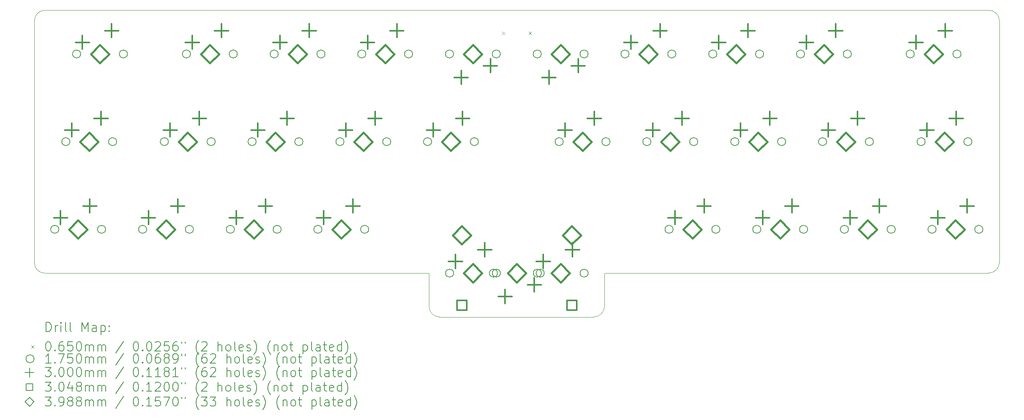
<source format=gbr>
%TF.GenerationSoftware,KiCad,Pcbnew,7.0.6*%
%TF.CreationDate,2023-07-12T00:24:14-04:00*%
%TF.ProjectId,littolRP2040,6c697474-6f6c-4525-9032-3034302e6b69,rev?*%
%TF.SameCoordinates,Original*%
%TF.FileFunction,Drillmap*%
%TF.FilePolarity,Positive*%
%FSLAX45Y45*%
G04 Gerber Fmt 4.5, Leading zero omitted, Abs format (unit mm)*
G04 Created by KiCad (PCBNEW 7.0.6) date 2023-07-12 00:24:14*
%MOMM*%
%LPD*%
G01*
G04 APERTURE LIST*
%ADD10C,0.100000*%
%ADD11C,0.200000*%
%ADD12C,0.065000*%
%ADD13C,0.175000*%
%ADD14C,0.300000*%
%ADD15C,0.304800*%
%ADD16C,0.398780*%
G04 APERTURE END LIST*
D10*
X4762512Y-12035557D02*
G75*
G03*
X4990424Y-12263468I227908J-3D01*
G01*
X5000638Y-6548452D02*
G75*
G03*
X4762512Y-6786580I2J-238128D01*
G01*
X25479439Y-12263465D02*
G75*
G03*
X25717565Y-12025343I1J238125D01*
G01*
X25717566Y-6776366D02*
G75*
G03*
X25479439Y-6548454I-233016J-5104D01*
G01*
X16906918Y-13215973D02*
G75*
G03*
X17145043Y-12977845I2J238123D01*
G01*
X13335034Y-12988059D02*
X13335034Y-12263468D01*
X17145043Y-12263468D02*
X17145043Y-12977845D01*
X13335039Y-12988059D02*
G75*
G03*
X13562945Y-13215971I227911J-1D01*
G01*
X25717565Y-6776366D02*
X25717565Y-12025343D01*
X13335034Y-12263468D02*
X4990424Y-12263468D01*
X25479439Y-12263468D02*
X17145043Y-12263468D01*
X5000638Y-6548454D02*
X25479439Y-6548454D01*
X16906918Y-13215971D02*
X13562945Y-13215971D01*
X4762512Y-12035557D02*
X4762512Y-6786580D01*
D11*
D12*
X14918538Y-7014080D02*
X14983538Y-7079080D01*
X14983538Y-7014080D02*
X14918538Y-7079080D01*
X15496538Y-7014080D02*
X15561538Y-7079080D01*
X15561538Y-7014080D02*
X15496538Y-7079080D01*
D13*
X5294514Y-11310966D02*
G75*
G03*
X5294514Y-11310966I-87500J0D01*
G01*
X5534623Y-9405961D02*
G75*
G03*
X5534623Y-9405961I-87500J0D01*
G01*
X5768782Y-7500956D02*
G75*
G03*
X5768782Y-7500956I-87500J0D01*
G01*
X6310514Y-11310966D02*
G75*
G03*
X6310514Y-11310966I-87500J0D01*
G01*
X6550623Y-9405961D02*
G75*
G03*
X6550623Y-9405961I-87500J0D01*
G01*
X6784782Y-7500956D02*
G75*
G03*
X6784782Y-7500956I-87500J0D01*
G01*
X7201502Y-11310966D02*
G75*
G03*
X7201502Y-11310966I-87500J0D01*
G01*
X7673787Y-9405961D02*
G75*
G03*
X7673787Y-9405961I-87500J0D01*
G01*
X8154005Y-7500956D02*
G75*
G03*
X8154005Y-7500956I-87500J0D01*
G01*
X8217502Y-11310966D02*
G75*
G03*
X8217502Y-11310966I-87500J0D01*
G01*
X8689787Y-9405961D02*
G75*
G03*
X8689787Y-9405961I-87500J0D01*
G01*
X9106507Y-11310966D02*
G75*
G03*
X9106507Y-11310966I-87500J0D01*
G01*
X9170005Y-7500956D02*
G75*
G03*
X9170005Y-7500956I-87500J0D01*
G01*
X9578792Y-9405961D02*
G75*
G03*
X9578792Y-9405961I-87500J0D01*
G01*
X10059010Y-7500956D02*
G75*
G03*
X10059010Y-7500956I-87500J0D01*
G01*
X10122507Y-11310966D02*
G75*
G03*
X10122507Y-11310966I-87500J0D01*
G01*
X10594792Y-9405961D02*
G75*
G03*
X10594792Y-9405961I-87500J0D01*
G01*
X11007546Y-11310966D02*
G75*
G03*
X11007546Y-11310966I-87500J0D01*
G01*
X11075010Y-7500956D02*
G75*
G03*
X11075010Y-7500956I-87500J0D01*
G01*
X11485780Y-9405961D02*
G75*
G03*
X11485780Y-9405961I-87500J0D01*
G01*
X11960048Y-7500956D02*
G75*
G03*
X11960048Y-7500956I-87500J0D01*
G01*
X12023546Y-11310966D02*
G75*
G03*
X12023546Y-11310966I-87500J0D01*
G01*
X12501780Y-9405961D02*
G75*
G03*
X12501780Y-9405961I-87500J0D01*
G01*
X12976048Y-7500956D02*
G75*
G03*
X12976048Y-7500956I-87500J0D01*
G01*
X13388802Y-9405961D02*
G75*
G03*
X13388802Y-9405961I-87500J0D01*
G01*
X13865053Y-7500956D02*
G75*
G03*
X13865053Y-7500956I-87500J0D01*
G01*
X13867036Y-12263468D02*
G75*
G03*
X13867036Y-12263468I-87500J0D01*
G01*
X14404802Y-9405961D02*
G75*
G03*
X14404802Y-9405961I-87500J0D01*
G01*
X14819538Y-12263468D02*
G75*
G03*
X14819538Y-12263468I-87500J0D01*
G01*
X14881053Y-7500956D02*
G75*
G03*
X14881053Y-7500956I-87500J0D01*
G01*
X14883036Y-12263468D02*
G75*
G03*
X14883036Y-12263468I-87500J0D01*
G01*
X15770058Y-7500956D02*
G75*
G03*
X15770058Y-7500956I-87500J0D01*
G01*
X15772041Y-12263468D02*
G75*
G03*
X15772041Y-12263468I-87500J0D01*
G01*
X15835538Y-12263468D02*
G75*
G03*
X15835538Y-12263468I-87500J0D01*
G01*
X16246309Y-9405961D02*
G75*
G03*
X16246309Y-9405961I-87500J0D01*
G01*
X16786058Y-7500956D02*
G75*
G03*
X16786058Y-7500956I-87500J0D01*
G01*
X16788041Y-12263468D02*
G75*
G03*
X16788041Y-12263468I-87500J0D01*
G01*
X17262309Y-9405961D02*
G75*
G03*
X17262309Y-9405961I-87500J0D01*
G01*
X17675063Y-7500956D02*
G75*
G03*
X17675063Y-7500956I-87500J0D01*
G01*
X18151314Y-9405961D02*
G75*
G03*
X18151314Y-9405961I-87500J0D01*
G01*
X18631531Y-11310966D02*
G75*
G03*
X18631531Y-11310966I-87500J0D01*
G01*
X18691063Y-7500956D02*
G75*
G03*
X18691063Y-7500956I-87500J0D01*
G01*
X19167314Y-9405961D02*
G75*
G03*
X19167314Y-9405961I-87500J0D01*
G01*
X19582050Y-7500956D02*
G75*
G03*
X19582050Y-7500956I-87500J0D01*
G01*
X19647531Y-11310966D02*
G75*
G03*
X19647531Y-11310966I-87500J0D01*
G01*
X20060285Y-9405961D02*
G75*
G03*
X20060285Y-9405961I-87500J0D01*
G01*
X20536536Y-11310966D02*
G75*
G03*
X20536536Y-11310966I-87500J0D01*
G01*
X20598050Y-7500956D02*
G75*
G03*
X20598050Y-7500956I-87500J0D01*
G01*
X21076285Y-9405961D02*
G75*
G03*
X21076285Y-9405961I-87500J0D01*
G01*
X21487055Y-7500956D02*
G75*
G03*
X21487055Y-7500956I-87500J0D01*
G01*
X21552536Y-11310966D02*
G75*
G03*
X21552536Y-11310966I-87500J0D01*
G01*
X21965290Y-9405961D02*
G75*
G03*
X21965290Y-9405961I-87500J0D01*
G01*
X22439558Y-11310966D02*
G75*
G03*
X22439558Y-11310966I-87500J0D01*
G01*
X22503055Y-7500956D02*
G75*
G03*
X22503055Y-7500956I-87500J0D01*
G01*
X22981289Y-9405961D02*
G75*
G03*
X22981289Y-9405961I-87500J0D01*
G01*
X23455558Y-11310966D02*
G75*
G03*
X23455558Y-11310966I-87500J0D01*
G01*
X23868311Y-7500956D02*
G75*
G03*
X23868311Y-7500956I-87500J0D01*
G01*
X24104454Y-9405961D02*
G75*
G03*
X24104454Y-9405961I-87500J0D01*
G01*
X24342579Y-11310966D02*
G75*
G03*
X24342579Y-11310966I-87500J0D01*
G01*
X24884311Y-7500956D02*
G75*
G03*
X24884311Y-7500956I-87500J0D01*
G01*
X25120454Y-9405961D02*
G75*
G03*
X25120454Y-9405961I-87500J0D01*
G01*
X25358579Y-11310966D02*
G75*
G03*
X25358579Y-11310966I-87500J0D01*
G01*
D14*
X5334014Y-10906966D02*
X5334014Y-11206966D01*
X5184014Y-11056966D02*
X5484014Y-11056966D01*
X5574123Y-9001961D02*
X5574123Y-9301961D01*
X5424123Y-9151961D02*
X5724123Y-9151961D01*
X5808282Y-7096956D02*
X5808282Y-7396956D01*
X5658282Y-7246956D02*
X5958282Y-7246956D01*
X5969014Y-10652966D02*
X5969014Y-10952966D01*
X5819014Y-10802966D02*
X6119014Y-10802966D01*
X6209123Y-8747961D02*
X6209123Y-9047961D01*
X6059123Y-8897961D02*
X6359123Y-8897961D01*
X6443282Y-6842956D02*
X6443282Y-7142956D01*
X6293282Y-6992956D02*
X6593282Y-6992956D01*
X7241002Y-10906966D02*
X7241002Y-11206966D01*
X7091002Y-11056966D02*
X7391002Y-11056966D01*
X7713287Y-9001961D02*
X7713287Y-9301961D01*
X7563287Y-9151961D02*
X7863287Y-9151961D01*
X7876002Y-10652966D02*
X7876002Y-10952966D01*
X7726002Y-10802966D02*
X8026002Y-10802966D01*
X8193505Y-7096956D02*
X8193505Y-7396956D01*
X8043505Y-7246956D02*
X8343505Y-7246956D01*
X8348287Y-8747961D02*
X8348287Y-9047961D01*
X8198287Y-8897961D02*
X8498287Y-8897961D01*
X8828505Y-6842956D02*
X8828505Y-7142956D01*
X8678505Y-6992956D02*
X8978505Y-6992956D01*
X9146007Y-10906966D02*
X9146007Y-11206966D01*
X8996007Y-11056966D02*
X9296007Y-11056966D01*
X9618292Y-9001961D02*
X9618292Y-9301961D01*
X9468292Y-9151961D02*
X9768292Y-9151961D01*
X9781007Y-10652966D02*
X9781007Y-10952966D01*
X9631007Y-10802966D02*
X9931007Y-10802966D01*
X10098510Y-7096956D02*
X10098510Y-7396956D01*
X9948510Y-7246956D02*
X10248510Y-7246956D01*
X10253292Y-8747961D02*
X10253292Y-9047961D01*
X10103292Y-8897961D02*
X10403292Y-8897961D01*
X10733510Y-6842956D02*
X10733510Y-7142956D01*
X10583510Y-6992956D02*
X10883510Y-6992956D01*
X11047046Y-10906966D02*
X11047046Y-11206966D01*
X10897046Y-11056966D02*
X11197046Y-11056966D01*
X11525280Y-9001961D02*
X11525280Y-9301961D01*
X11375280Y-9151961D02*
X11675280Y-9151961D01*
X11682046Y-10652966D02*
X11682046Y-10952966D01*
X11532046Y-10802966D02*
X11832046Y-10802966D01*
X11999548Y-7096956D02*
X11999548Y-7396956D01*
X11849548Y-7246956D02*
X12149548Y-7246956D01*
X12160280Y-8747961D02*
X12160280Y-9047961D01*
X12010280Y-8897961D02*
X12310280Y-8897961D01*
X12634548Y-6842956D02*
X12634548Y-7142956D01*
X12484548Y-6992956D02*
X12784548Y-6992956D01*
X13428302Y-9001961D02*
X13428302Y-9301961D01*
X13278302Y-9151961D02*
X13578302Y-9151961D01*
X13906536Y-11859468D02*
X13906536Y-12159468D01*
X13756536Y-12009468D02*
X14056536Y-12009468D01*
X14031553Y-7858956D02*
X14031553Y-8158956D01*
X13881553Y-8008956D02*
X14181553Y-8008956D01*
X14063302Y-8747961D02*
X14063302Y-9047961D01*
X13913302Y-8897961D02*
X14213302Y-8897961D01*
X14541536Y-11605468D02*
X14541536Y-11905468D01*
X14391536Y-11755468D02*
X14691536Y-11755468D01*
X14666553Y-7604956D02*
X14666553Y-7904956D01*
X14516553Y-7754956D02*
X14816553Y-7754956D01*
X14986038Y-12621468D02*
X14986038Y-12921468D01*
X14836038Y-12771468D02*
X15136038Y-12771468D01*
X15621038Y-12367468D02*
X15621038Y-12667468D01*
X15471038Y-12517468D02*
X15771038Y-12517468D01*
X15811541Y-11859468D02*
X15811541Y-12159468D01*
X15661541Y-12009468D02*
X15961541Y-12009468D01*
X15936558Y-7858956D02*
X15936558Y-8158956D01*
X15786558Y-8008956D02*
X16086558Y-8008956D01*
X16285809Y-9001961D02*
X16285809Y-9301961D01*
X16135809Y-9151961D02*
X16435809Y-9151961D01*
X16446541Y-11605468D02*
X16446541Y-11905468D01*
X16296541Y-11755468D02*
X16596541Y-11755468D01*
X16571558Y-7604956D02*
X16571558Y-7904956D01*
X16421558Y-7754956D02*
X16721558Y-7754956D01*
X16920809Y-8747961D02*
X16920809Y-9047961D01*
X16770809Y-8897961D02*
X17070809Y-8897961D01*
X17714563Y-7096956D02*
X17714563Y-7396956D01*
X17564563Y-7246956D02*
X17864563Y-7246956D01*
X18190814Y-9001961D02*
X18190814Y-9301961D01*
X18040814Y-9151961D02*
X18340814Y-9151961D01*
X18349563Y-6842956D02*
X18349563Y-7142956D01*
X18199563Y-6992956D02*
X18499563Y-6992956D01*
X18671031Y-10906966D02*
X18671031Y-11206966D01*
X18521031Y-11056966D02*
X18821031Y-11056966D01*
X18825814Y-8747961D02*
X18825814Y-9047961D01*
X18675814Y-8897961D02*
X18975814Y-8897961D01*
X19306031Y-10652966D02*
X19306031Y-10952966D01*
X19156031Y-10802966D02*
X19456031Y-10802966D01*
X19621550Y-7096956D02*
X19621550Y-7396956D01*
X19471550Y-7246956D02*
X19771550Y-7246956D01*
X20099785Y-9001961D02*
X20099785Y-9301961D01*
X19949785Y-9151961D02*
X20249785Y-9151961D01*
X20256550Y-6842956D02*
X20256550Y-7142956D01*
X20106550Y-6992956D02*
X20406550Y-6992956D01*
X20576036Y-10906966D02*
X20576036Y-11206966D01*
X20426036Y-11056966D02*
X20726036Y-11056966D01*
X20734785Y-8747961D02*
X20734785Y-9047961D01*
X20584785Y-8897961D02*
X20884785Y-8897961D01*
X21211036Y-10652966D02*
X21211036Y-10952966D01*
X21061036Y-10802966D02*
X21361036Y-10802966D01*
X21526555Y-7096956D02*
X21526555Y-7396956D01*
X21376555Y-7246956D02*
X21676555Y-7246956D01*
X22004790Y-9001961D02*
X22004790Y-9301961D01*
X21854790Y-9151961D02*
X22154790Y-9151961D01*
X22161555Y-6842956D02*
X22161555Y-7142956D01*
X22011555Y-6992956D02*
X22311555Y-6992956D01*
X22479058Y-10906966D02*
X22479058Y-11206966D01*
X22329058Y-11056966D02*
X22629058Y-11056966D01*
X22639789Y-8747961D02*
X22639789Y-9047961D01*
X22489789Y-8897961D02*
X22789789Y-8897961D01*
X23114058Y-10652966D02*
X23114058Y-10952966D01*
X22964058Y-10802966D02*
X23264058Y-10802966D01*
X23907811Y-7096956D02*
X23907811Y-7396956D01*
X23757811Y-7246956D02*
X24057811Y-7246956D01*
X24143954Y-9001961D02*
X24143954Y-9301961D01*
X23993954Y-9151961D02*
X24293954Y-9151961D01*
X24382079Y-10906966D02*
X24382079Y-11206966D01*
X24232079Y-11056966D02*
X24532079Y-11056966D01*
X24542811Y-6842956D02*
X24542811Y-7142956D01*
X24392811Y-6992956D02*
X24692811Y-6992956D01*
X24778954Y-8747961D02*
X24778954Y-9047961D01*
X24628954Y-8897961D02*
X24928954Y-8897961D01*
X25017079Y-10652966D02*
X25017079Y-10952966D01*
X24867079Y-10802966D02*
X25167079Y-10802966D01*
D15*
X14154002Y-13069732D02*
X14154002Y-12854204D01*
X13938474Y-12854204D01*
X13938474Y-13069732D01*
X14154002Y-13069732D01*
X16541602Y-13069732D02*
X16541602Y-12854204D01*
X16326074Y-12854204D01*
X16326074Y-13069732D01*
X16541602Y-13069732D01*
D16*
X5715014Y-11510356D02*
X5914404Y-11310966D01*
X5715014Y-11111576D01*
X5515624Y-11310966D01*
X5715014Y-11510356D01*
X5955123Y-9605351D02*
X6154513Y-9405961D01*
X5955123Y-9206571D01*
X5755733Y-9405961D01*
X5955123Y-9605351D01*
X6189282Y-7700346D02*
X6388672Y-7500956D01*
X6189282Y-7301566D01*
X5989892Y-7500956D01*
X6189282Y-7700346D01*
X7622002Y-11510356D02*
X7821392Y-11310966D01*
X7622002Y-11111576D01*
X7422612Y-11310966D01*
X7622002Y-11510356D01*
X8094287Y-9605351D02*
X8293677Y-9405961D01*
X8094287Y-9206571D01*
X7894897Y-9405961D01*
X8094287Y-9605351D01*
X8574505Y-7700346D02*
X8773895Y-7500956D01*
X8574505Y-7301566D01*
X8375115Y-7500956D01*
X8574505Y-7700346D01*
X9527007Y-11510356D02*
X9726397Y-11310966D01*
X9527007Y-11111576D01*
X9327617Y-11310966D01*
X9527007Y-11510356D01*
X9999292Y-9605351D02*
X10198682Y-9405961D01*
X9999292Y-9206571D01*
X9799902Y-9405961D01*
X9999292Y-9605351D01*
X10479510Y-7700346D02*
X10678900Y-7500956D01*
X10479510Y-7301566D01*
X10280120Y-7500956D01*
X10479510Y-7700346D01*
X11428046Y-11510356D02*
X11627436Y-11310966D01*
X11428046Y-11111576D01*
X11228656Y-11310966D01*
X11428046Y-11510356D01*
X11906280Y-9605351D02*
X12105670Y-9405961D01*
X11906280Y-9206571D01*
X11706890Y-9405961D01*
X11906280Y-9605351D01*
X12380548Y-7700346D02*
X12579938Y-7500956D01*
X12380548Y-7301566D01*
X12181158Y-7500956D01*
X12380548Y-7700346D01*
X13809302Y-9605351D02*
X14008692Y-9405961D01*
X13809302Y-9206571D01*
X13609912Y-9405961D01*
X13809302Y-9605351D01*
X14046238Y-11637358D02*
X14245628Y-11437968D01*
X14046238Y-11238578D01*
X13846848Y-11437968D01*
X14046238Y-11637358D01*
X14285553Y-7700346D02*
X14484943Y-7500956D01*
X14285553Y-7301566D01*
X14086163Y-7500956D01*
X14285553Y-7700346D01*
X14287536Y-12462858D02*
X14486926Y-12263468D01*
X14287536Y-12064078D01*
X14088146Y-12263468D01*
X14287536Y-12462858D01*
X15240038Y-12462858D02*
X15439428Y-12263468D01*
X15240038Y-12064078D01*
X15040648Y-12263468D01*
X15240038Y-12462858D01*
X16190558Y-7700346D02*
X16389948Y-7500956D01*
X16190558Y-7301566D01*
X15991168Y-7500956D01*
X16190558Y-7700346D01*
X16192541Y-12462858D02*
X16391931Y-12263468D01*
X16192541Y-12064078D01*
X15993151Y-12263468D01*
X16192541Y-12462858D01*
X16433838Y-11637358D02*
X16633228Y-11437968D01*
X16433838Y-11238578D01*
X16234448Y-11437968D01*
X16433838Y-11637358D01*
X16666809Y-9605351D02*
X16866199Y-9405961D01*
X16666809Y-9206571D01*
X16467419Y-9405961D01*
X16666809Y-9605351D01*
X18095563Y-7700346D02*
X18294953Y-7500956D01*
X18095563Y-7301566D01*
X17896173Y-7500956D01*
X18095563Y-7700346D01*
X18571814Y-9605351D02*
X18771204Y-9405961D01*
X18571814Y-9206571D01*
X18372424Y-9405961D01*
X18571814Y-9605351D01*
X19052031Y-11510356D02*
X19251421Y-11310966D01*
X19052031Y-11111576D01*
X18852641Y-11310966D01*
X19052031Y-11510356D01*
X20002550Y-7700346D02*
X20201940Y-7500956D01*
X20002550Y-7301566D01*
X19803160Y-7500956D01*
X20002550Y-7700346D01*
X20480785Y-9605351D02*
X20680175Y-9405961D01*
X20480785Y-9206571D01*
X20281395Y-9405961D01*
X20480785Y-9605351D01*
X20957036Y-11510356D02*
X21156426Y-11310966D01*
X20957036Y-11111576D01*
X20757646Y-11310966D01*
X20957036Y-11510356D01*
X21907555Y-7700346D02*
X22106945Y-7500956D01*
X21907555Y-7301566D01*
X21708165Y-7500956D01*
X21907555Y-7700346D01*
X22385789Y-9605351D02*
X22585179Y-9405961D01*
X22385789Y-9206571D01*
X22186400Y-9405961D01*
X22385789Y-9605351D01*
X22860058Y-11510356D02*
X23059448Y-11310966D01*
X22860058Y-11111576D01*
X22660668Y-11310966D01*
X22860058Y-11510356D01*
X24288811Y-7700346D02*
X24488201Y-7500956D01*
X24288811Y-7301566D01*
X24089421Y-7500956D01*
X24288811Y-7700346D01*
X24524954Y-9605351D02*
X24724344Y-9405961D01*
X24524954Y-9206571D01*
X24325564Y-9405961D01*
X24524954Y-9605351D01*
X24763079Y-11510356D02*
X24962469Y-11310966D01*
X24763079Y-11111576D01*
X24563689Y-11310966D01*
X24763079Y-11510356D01*
D11*
X5018288Y-13532457D02*
X5018288Y-13332457D01*
X5018288Y-13332457D02*
X5065907Y-13332457D01*
X5065907Y-13332457D02*
X5094479Y-13341981D01*
X5094479Y-13341981D02*
X5113527Y-13361028D01*
X5113527Y-13361028D02*
X5123050Y-13380076D01*
X5123050Y-13380076D02*
X5132574Y-13418171D01*
X5132574Y-13418171D02*
X5132574Y-13446743D01*
X5132574Y-13446743D02*
X5123050Y-13484838D01*
X5123050Y-13484838D02*
X5113527Y-13503885D01*
X5113527Y-13503885D02*
X5094479Y-13522933D01*
X5094479Y-13522933D02*
X5065907Y-13532457D01*
X5065907Y-13532457D02*
X5018288Y-13532457D01*
X5218288Y-13532457D02*
X5218288Y-13399124D01*
X5218288Y-13437219D02*
X5227812Y-13418171D01*
X5227812Y-13418171D02*
X5237336Y-13408647D01*
X5237336Y-13408647D02*
X5256384Y-13399124D01*
X5256384Y-13399124D02*
X5275431Y-13399124D01*
X5342098Y-13532457D02*
X5342098Y-13399124D01*
X5342098Y-13332457D02*
X5332574Y-13341981D01*
X5332574Y-13341981D02*
X5342098Y-13351505D01*
X5342098Y-13351505D02*
X5351622Y-13341981D01*
X5351622Y-13341981D02*
X5342098Y-13332457D01*
X5342098Y-13332457D02*
X5342098Y-13351505D01*
X5465907Y-13532457D02*
X5446860Y-13522933D01*
X5446860Y-13522933D02*
X5437336Y-13503885D01*
X5437336Y-13503885D02*
X5437336Y-13332457D01*
X5570669Y-13532457D02*
X5551622Y-13522933D01*
X5551622Y-13522933D02*
X5542098Y-13503885D01*
X5542098Y-13503885D02*
X5542098Y-13332457D01*
X5799241Y-13532457D02*
X5799241Y-13332457D01*
X5799241Y-13332457D02*
X5865907Y-13475314D01*
X5865907Y-13475314D02*
X5932574Y-13332457D01*
X5932574Y-13332457D02*
X5932574Y-13532457D01*
X6113526Y-13532457D02*
X6113526Y-13427695D01*
X6113526Y-13427695D02*
X6104003Y-13408647D01*
X6104003Y-13408647D02*
X6084955Y-13399124D01*
X6084955Y-13399124D02*
X6046860Y-13399124D01*
X6046860Y-13399124D02*
X6027812Y-13408647D01*
X6113526Y-13522933D02*
X6094479Y-13532457D01*
X6094479Y-13532457D02*
X6046860Y-13532457D01*
X6046860Y-13532457D02*
X6027812Y-13522933D01*
X6027812Y-13522933D02*
X6018288Y-13503885D01*
X6018288Y-13503885D02*
X6018288Y-13484838D01*
X6018288Y-13484838D02*
X6027812Y-13465790D01*
X6027812Y-13465790D02*
X6046860Y-13456266D01*
X6046860Y-13456266D02*
X6094479Y-13456266D01*
X6094479Y-13456266D02*
X6113526Y-13446743D01*
X6208765Y-13399124D02*
X6208765Y-13599124D01*
X6208765Y-13408647D02*
X6227812Y-13399124D01*
X6227812Y-13399124D02*
X6265907Y-13399124D01*
X6265907Y-13399124D02*
X6284955Y-13408647D01*
X6284955Y-13408647D02*
X6294479Y-13418171D01*
X6294479Y-13418171D02*
X6304003Y-13437219D01*
X6304003Y-13437219D02*
X6304003Y-13494362D01*
X6304003Y-13494362D02*
X6294479Y-13513409D01*
X6294479Y-13513409D02*
X6284955Y-13522933D01*
X6284955Y-13522933D02*
X6265907Y-13532457D01*
X6265907Y-13532457D02*
X6227812Y-13532457D01*
X6227812Y-13532457D02*
X6208765Y-13522933D01*
X6389717Y-13513409D02*
X6399241Y-13522933D01*
X6399241Y-13522933D02*
X6389717Y-13532457D01*
X6389717Y-13532457D02*
X6380193Y-13522933D01*
X6380193Y-13522933D02*
X6389717Y-13513409D01*
X6389717Y-13513409D02*
X6389717Y-13532457D01*
X6389717Y-13408647D02*
X6399241Y-13418171D01*
X6399241Y-13418171D02*
X6389717Y-13427695D01*
X6389717Y-13427695D02*
X6380193Y-13418171D01*
X6380193Y-13418171D02*
X6389717Y-13408647D01*
X6389717Y-13408647D02*
X6389717Y-13427695D01*
D12*
X4692512Y-13828473D02*
X4757512Y-13893473D01*
X4757512Y-13828473D02*
X4692512Y-13893473D01*
D11*
X5056384Y-13752457D02*
X5075431Y-13752457D01*
X5075431Y-13752457D02*
X5094479Y-13761981D01*
X5094479Y-13761981D02*
X5104003Y-13771505D01*
X5104003Y-13771505D02*
X5113527Y-13790552D01*
X5113527Y-13790552D02*
X5123050Y-13828647D01*
X5123050Y-13828647D02*
X5123050Y-13876266D01*
X5123050Y-13876266D02*
X5113527Y-13914362D01*
X5113527Y-13914362D02*
X5104003Y-13933409D01*
X5104003Y-13933409D02*
X5094479Y-13942933D01*
X5094479Y-13942933D02*
X5075431Y-13952457D01*
X5075431Y-13952457D02*
X5056384Y-13952457D01*
X5056384Y-13952457D02*
X5037336Y-13942933D01*
X5037336Y-13942933D02*
X5027812Y-13933409D01*
X5027812Y-13933409D02*
X5018288Y-13914362D01*
X5018288Y-13914362D02*
X5008765Y-13876266D01*
X5008765Y-13876266D02*
X5008765Y-13828647D01*
X5008765Y-13828647D02*
X5018288Y-13790552D01*
X5018288Y-13790552D02*
X5027812Y-13771505D01*
X5027812Y-13771505D02*
X5037336Y-13761981D01*
X5037336Y-13761981D02*
X5056384Y-13752457D01*
X5208765Y-13933409D02*
X5218288Y-13942933D01*
X5218288Y-13942933D02*
X5208765Y-13952457D01*
X5208765Y-13952457D02*
X5199241Y-13942933D01*
X5199241Y-13942933D02*
X5208765Y-13933409D01*
X5208765Y-13933409D02*
X5208765Y-13952457D01*
X5389717Y-13752457D02*
X5351622Y-13752457D01*
X5351622Y-13752457D02*
X5332574Y-13761981D01*
X5332574Y-13761981D02*
X5323050Y-13771505D01*
X5323050Y-13771505D02*
X5304003Y-13800076D01*
X5304003Y-13800076D02*
X5294479Y-13838171D01*
X5294479Y-13838171D02*
X5294479Y-13914362D01*
X5294479Y-13914362D02*
X5304003Y-13933409D01*
X5304003Y-13933409D02*
X5313527Y-13942933D01*
X5313527Y-13942933D02*
X5332574Y-13952457D01*
X5332574Y-13952457D02*
X5370669Y-13952457D01*
X5370669Y-13952457D02*
X5389717Y-13942933D01*
X5389717Y-13942933D02*
X5399241Y-13933409D01*
X5399241Y-13933409D02*
X5408765Y-13914362D01*
X5408765Y-13914362D02*
X5408765Y-13866743D01*
X5408765Y-13866743D02*
X5399241Y-13847695D01*
X5399241Y-13847695D02*
X5389717Y-13838171D01*
X5389717Y-13838171D02*
X5370669Y-13828647D01*
X5370669Y-13828647D02*
X5332574Y-13828647D01*
X5332574Y-13828647D02*
X5313527Y-13838171D01*
X5313527Y-13838171D02*
X5304003Y-13847695D01*
X5304003Y-13847695D02*
X5294479Y-13866743D01*
X5589717Y-13752457D02*
X5494479Y-13752457D01*
X5494479Y-13752457D02*
X5484955Y-13847695D01*
X5484955Y-13847695D02*
X5494479Y-13838171D01*
X5494479Y-13838171D02*
X5513527Y-13828647D01*
X5513527Y-13828647D02*
X5561146Y-13828647D01*
X5561146Y-13828647D02*
X5580193Y-13838171D01*
X5580193Y-13838171D02*
X5589717Y-13847695D01*
X5589717Y-13847695D02*
X5599241Y-13866743D01*
X5599241Y-13866743D02*
X5599241Y-13914362D01*
X5599241Y-13914362D02*
X5589717Y-13933409D01*
X5589717Y-13933409D02*
X5580193Y-13942933D01*
X5580193Y-13942933D02*
X5561146Y-13952457D01*
X5561146Y-13952457D02*
X5513527Y-13952457D01*
X5513527Y-13952457D02*
X5494479Y-13942933D01*
X5494479Y-13942933D02*
X5484955Y-13933409D01*
X5723050Y-13752457D02*
X5742098Y-13752457D01*
X5742098Y-13752457D02*
X5761146Y-13761981D01*
X5761146Y-13761981D02*
X5770669Y-13771505D01*
X5770669Y-13771505D02*
X5780193Y-13790552D01*
X5780193Y-13790552D02*
X5789717Y-13828647D01*
X5789717Y-13828647D02*
X5789717Y-13876266D01*
X5789717Y-13876266D02*
X5780193Y-13914362D01*
X5780193Y-13914362D02*
X5770669Y-13933409D01*
X5770669Y-13933409D02*
X5761146Y-13942933D01*
X5761146Y-13942933D02*
X5742098Y-13952457D01*
X5742098Y-13952457D02*
X5723050Y-13952457D01*
X5723050Y-13952457D02*
X5704003Y-13942933D01*
X5704003Y-13942933D02*
X5694479Y-13933409D01*
X5694479Y-13933409D02*
X5684955Y-13914362D01*
X5684955Y-13914362D02*
X5675431Y-13876266D01*
X5675431Y-13876266D02*
X5675431Y-13828647D01*
X5675431Y-13828647D02*
X5684955Y-13790552D01*
X5684955Y-13790552D02*
X5694479Y-13771505D01*
X5694479Y-13771505D02*
X5704003Y-13761981D01*
X5704003Y-13761981D02*
X5723050Y-13752457D01*
X5875431Y-13952457D02*
X5875431Y-13819124D01*
X5875431Y-13838171D02*
X5884955Y-13828647D01*
X5884955Y-13828647D02*
X5904003Y-13819124D01*
X5904003Y-13819124D02*
X5932574Y-13819124D01*
X5932574Y-13819124D02*
X5951622Y-13828647D01*
X5951622Y-13828647D02*
X5961146Y-13847695D01*
X5961146Y-13847695D02*
X5961146Y-13952457D01*
X5961146Y-13847695D02*
X5970669Y-13828647D01*
X5970669Y-13828647D02*
X5989717Y-13819124D01*
X5989717Y-13819124D02*
X6018288Y-13819124D01*
X6018288Y-13819124D02*
X6037336Y-13828647D01*
X6037336Y-13828647D02*
X6046860Y-13847695D01*
X6046860Y-13847695D02*
X6046860Y-13952457D01*
X6142098Y-13952457D02*
X6142098Y-13819124D01*
X6142098Y-13838171D02*
X6151622Y-13828647D01*
X6151622Y-13828647D02*
X6170669Y-13819124D01*
X6170669Y-13819124D02*
X6199241Y-13819124D01*
X6199241Y-13819124D02*
X6218288Y-13828647D01*
X6218288Y-13828647D02*
X6227812Y-13847695D01*
X6227812Y-13847695D02*
X6227812Y-13952457D01*
X6227812Y-13847695D02*
X6237336Y-13828647D01*
X6237336Y-13828647D02*
X6256384Y-13819124D01*
X6256384Y-13819124D02*
X6284955Y-13819124D01*
X6284955Y-13819124D02*
X6304003Y-13828647D01*
X6304003Y-13828647D02*
X6313527Y-13847695D01*
X6313527Y-13847695D02*
X6313527Y-13952457D01*
X6704003Y-13742933D02*
X6532574Y-14000076D01*
X6961146Y-13752457D02*
X6980193Y-13752457D01*
X6980193Y-13752457D02*
X6999241Y-13761981D01*
X6999241Y-13761981D02*
X7008765Y-13771505D01*
X7008765Y-13771505D02*
X7018289Y-13790552D01*
X7018289Y-13790552D02*
X7027812Y-13828647D01*
X7027812Y-13828647D02*
X7027812Y-13876266D01*
X7027812Y-13876266D02*
X7018289Y-13914362D01*
X7018289Y-13914362D02*
X7008765Y-13933409D01*
X7008765Y-13933409D02*
X6999241Y-13942933D01*
X6999241Y-13942933D02*
X6980193Y-13952457D01*
X6980193Y-13952457D02*
X6961146Y-13952457D01*
X6961146Y-13952457D02*
X6942098Y-13942933D01*
X6942098Y-13942933D02*
X6932574Y-13933409D01*
X6932574Y-13933409D02*
X6923050Y-13914362D01*
X6923050Y-13914362D02*
X6913527Y-13876266D01*
X6913527Y-13876266D02*
X6913527Y-13828647D01*
X6913527Y-13828647D02*
X6923050Y-13790552D01*
X6923050Y-13790552D02*
X6932574Y-13771505D01*
X6932574Y-13771505D02*
X6942098Y-13761981D01*
X6942098Y-13761981D02*
X6961146Y-13752457D01*
X7113527Y-13933409D02*
X7123050Y-13942933D01*
X7123050Y-13942933D02*
X7113527Y-13952457D01*
X7113527Y-13952457D02*
X7104003Y-13942933D01*
X7104003Y-13942933D02*
X7113527Y-13933409D01*
X7113527Y-13933409D02*
X7113527Y-13952457D01*
X7246860Y-13752457D02*
X7265908Y-13752457D01*
X7265908Y-13752457D02*
X7284955Y-13761981D01*
X7284955Y-13761981D02*
X7294479Y-13771505D01*
X7294479Y-13771505D02*
X7304003Y-13790552D01*
X7304003Y-13790552D02*
X7313527Y-13828647D01*
X7313527Y-13828647D02*
X7313527Y-13876266D01*
X7313527Y-13876266D02*
X7304003Y-13914362D01*
X7304003Y-13914362D02*
X7294479Y-13933409D01*
X7294479Y-13933409D02*
X7284955Y-13942933D01*
X7284955Y-13942933D02*
X7265908Y-13952457D01*
X7265908Y-13952457D02*
X7246860Y-13952457D01*
X7246860Y-13952457D02*
X7227812Y-13942933D01*
X7227812Y-13942933D02*
X7218289Y-13933409D01*
X7218289Y-13933409D02*
X7208765Y-13914362D01*
X7208765Y-13914362D02*
X7199241Y-13876266D01*
X7199241Y-13876266D02*
X7199241Y-13828647D01*
X7199241Y-13828647D02*
X7208765Y-13790552D01*
X7208765Y-13790552D02*
X7218289Y-13771505D01*
X7218289Y-13771505D02*
X7227812Y-13761981D01*
X7227812Y-13761981D02*
X7246860Y-13752457D01*
X7389717Y-13771505D02*
X7399241Y-13761981D01*
X7399241Y-13761981D02*
X7418289Y-13752457D01*
X7418289Y-13752457D02*
X7465908Y-13752457D01*
X7465908Y-13752457D02*
X7484955Y-13761981D01*
X7484955Y-13761981D02*
X7494479Y-13771505D01*
X7494479Y-13771505D02*
X7504003Y-13790552D01*
X7504003Y-13790552D02*
X7504003Y-13809600D01*
X7504003Y-13809600D02*
X7494479Y-13838171D01*
X7494479Y-13838171D02*
X7380193Y-13952457D01*
X7380193Y-13952457D02*
X7504003Y-13952457D01*
X7684955Y-13752457D02*
X7589717Y-13752457D01*
X7589717Y-13752457D02*
X7580193Y-13847695D01*
X7580193Y-13847695D02*
X7589717Y-13838171D01*
X7589717Y-13838171D02*
X7608765Y-13828647D01*
X7608765Y-13828647D02*
X7656384Y-13828647D01*
X7656384Y-13828647D02*
X7675431Y-13838171D01*
X7675431Y-13838171D02*
X7684955Y-13847695D01*
X7684955Y-13847695D02*
X7694479Y-13866743D01*
X7694479Y-13866743D02*
X7694479Y-13914362D01*
X7694479Y-13914362D02*
X7684955Y-13933409D01*
X7684955Y-13933409D02*
X7675431Y-13942933D01*
X7675431Y-13942933D02*
X7656384Y-13952457D01*
X7656384Y-13952457D02*
X7608765Y-13952457D01*
X7608765Y-13952457D02*
X7589717Y-13942933D01*
X7589717Y-13942933D02*
X7580193Y-13933409D01*
X7865908Y-13752457D02*
X7827812Y-13752457D01*
X7827812Y-13752457D02*
X7808765Y-13761981D01*
X7808765Y-13761981D02*
X7799241Y-13771505D01*
X7799241Y-13771505D02*
X7780193Y-13800076D01*
X7780193Y-13800076D02*
X7770670Y-13838171D01*
X7770670Y-13838171D02*
X7770670Y-13914362D01*
X7770670Y-13914362D02*
X7780193Y-13933409D01*
X7780193Y-13933409D02*
X7789717Y-13942933D01*
X7789717Y-13942933D02*
X7808765Y-13952457D01*
X7808765Y-13952457D02*
X7846860Y-13952457D01*
X7846860Y-13952457D02*
X7865908Y-13942933D01*
X7865908Y-13942933D02*
X7875431Y-13933409D01*
X7875431Y-13933409D02*
X7884955Y-13914362D01*
X7884955Y-13914362D02*
X7884955Y-13866743D01*
X7884955Y-13866743D02*
X7875431Y-13847695D01*
X7875431Y-13847695D02*
X7865908Y-13838171D01*
X7865908Y-13838171D02*
X7846860Y-13828647D01*
X7846860Y-13828647D02*
X7808765Y-13828647D01*
X7808765Y-13828647D02*
X7789717Y-13838171D01*
X7789717Y-13838171D02*
X7780193Y-13847695D01*
X7780193Y-13847695D02*
X7770670Y-13866743D01*
X7961146Y-13752457D02*
X7961146Y-13790552D01*
X8037336Y-13752457D02*
X8037336Y-13790552D01*
X8332574Y-14028647D02*
X8323051Y-14019124D01*
X8323051Y-14019124D02*
X8304003Y-13990552D01*
X8304003Y-13990552D02*
X8294479Y-13971505D01*
X8294479Y-13971505D02*
X8284955Y-13942933D01*
X8284955Y-13942933D02*
X8275432Y-13895314D01*
X8275432Y-13895314D02*
X8275432Y-13857219D01*
X8275432Y-13857219D02*
X8284955Y-13809600D01*
X8284955Y-13809600D02*
X8294479Y-13781028D01*
X8294479Y-13781028D02*
X8304003Y-13761981D01*
X8304003Y-13761981D02*
X8323051Y-13733409D01*
X8323051Y-13733409D02*
X8332574Y-13723885D01*
X8399241Y-13771505D02*
X8408765Y-13761981D01*
X8408765Y-13761981D02*
X8427813Y-13752457D01*
X8427813Y-13752457D02*
X8475432Y-13752457D01*
X8475432Y-13752457D02*
X8494479Y-13761981D01*
X8494479Y-13761981D02*
X8504003Y-13771505D01*
X8504003Y-13771505D02*
X8513527Y-13790552D01*
X8513527Y-13790552D02*
X8513527Y-13809600D01*
X8513527Y-13809600D02*
X8504003Y-13838171D01*
X8504003Y-13838171D02*
X8389717Y-13952457D01*
X8389717Y-13952457D02*
X8513527Y-13952457D01*
X8751622Y-13952457D02*
X8751622Y-13752457D01*
X8837336Y-13952457D02*
X8837336Y-13847695D01*
X8837336Y-13847695D02*
X8827813Y-13828647D01*
X8827813Y-13828647D02*
X8808765Y-13819124D01*
X8808765Y-13819124D02*
X8780194Y-13819124D01*
X8780194Y-13819124D02*
X8761146Y-13828647D01*
X8761146Y-13828647D02*
X8751622Y-13838171D01*
X8961146Y-13952457D02*
X8942098Y-13942933D01*
X8942098Y-13942933D02*
X8932575Y-13933409D01*
X8932575Y-13933409D02*
X8923051Y-13914362D01*
X8923051Y-13914362D02*
X8923051Y-13857219D01*
X8923051Y-13857219D02*
X8932575Y-13838171D01*
X8932575Y-13838171D02*
X8942098Y-13828647D01*
X8942098Y-13828647D02*
X8961146Y-13819124D01*
X8961146Y-13819124D02*
X8989717Y-13819124D01*
X8989717Y-13819124D02*
X9008765Y-13828647D01*
X9008765Y-13828647D02*
X9018289Y-13838171D01*
X9018289Y-13838171D02*
X9027813Y-13857219D01*
X9027813Y-13857219D02*
X9027813Y-13914362D01*
X9027813Y-13914362D02*
X9018289Y-13933409D01*
X9018289Y-13933409D02*
X9008765Y-13942933D01*
X9008765Y-13942933D02*
X8989717Y-13952457D01*
X8989717Y-13952457D02*
X8961146Y-13952457D01*
X9142098Y-13952457D02*
X9123051Y-13942933D01*
X9123051Y-13942933D02*
X9113527Y-13923885D01*
X9113527Y-13923885D02*
X9113527Y-13752457D01*
X9294479Y-13942933D02*
X9275432Y-13952457D01*
X9275432Y-13952457D02*
X9237336Y-13952457D01*
X9237336Y-13952457D02*
X9218289Y-13942933D01*
X9218289Y-13942933D02*
X9208765Y-13923885D01*
X9208765Y-13923885D02*
X9208765Y-13847695D01*
X9208765Y-13847695D02*
X9218289Y-13828647D01*
X9218289Y-13828647D02*
X9237336Y-13819124D01*
X9237336Y-13819124D02*
X9275432Y-13819124D01*
X9275432Y-13819124D02*
X9294479Y-13828647D01*
X9294479Y-13828647D02*
X9304003Y-13847695D01*
X9304003Y-13847695D02*
X9304003Y-13866743D01*
X9304003Y-13866743D02*
X9208765Y-13885790D01*
X9380194Y-13942933D02*
X9399241Y-13952457D01*
X9399241Y-13952457D02*
X9437336Y-13952457D01*
X9437336Y-13952457D02*
X9456384Y-13942933D01*
X9456384Y-13942933D02*
X9465908Y-13923885D01*
X9465908Y-13923885D02*
X9465908Y-13914362D01*
X9465908Y-13914362D02*
X9456384Y-13895314D01*
X9456384Y-13895314D02*
X9437336Y-13885790D01*
X9437336Y-13885790D02*
X9408765Y-13885790D01*
X9408765Y-13885790D02*
X9389717Y-13876266D01*
X9389717Y-13876266D02*
X9380194Y-13857219D01*
X9380194Y-13857219D02*
X9380194Y-13847695D01*
X9380194Y-13847695D02*
X9389717Y-13828647D01*
X9389717Y-13828647D02*
X9408765Y-13819124D01*
X9408765Y-13819124D02*
X9437336Y-13819124D01*
X9437336Y-13819124D02*
X9456384Y-13828647D01*
X9532575Y-14028647D02*
X9542098Y-14019124D01*
X9542098Y-14019124D02*
X9561146Y-13990552D01*
X9561146Y-13990552D02*
X9570670Y-13971505D01*
X9570670Y-13971505D02*
X9580194Y-13942933D01*
X9580194Y-13942933D02*
X9589717Y-13895314D01*
X9589717Y-13895314D02*
X9589717Y-13857219D01*
X9589717Y-13857219D02*
X9580194Y-13809600D01*
X9580194Y-13809600D02*
X9570670Y-13781028D01*
X9570670Y-13781028D02*
X9561146Y-13761981D01*
X9561146Y-13761981D02*
X9542098Y-13733409D01*
X9542098Y-13733409D02*
X9532575Y-13723885D01*
X9894479Y-14028647D02*
X9884956Y-14019124D01*
X9884956Y-14019124D02*
X9865908Y-13990552D01*
X9865908Y-13990552D02*
X9856384Y-13971505D01*
X9856384Y-13971505D02*
X9846860Y-13942933D01*
X9846860Y-13942933D02*
X9837337Y-13895314D01*
X9837337Y-13895314D02*
X9837337Y-13857219D01*
X9837337Y-13857219D02*
X9846860Y-13809600D01*
X9846860Y-13809600D02*
X9856384Y-13781028D01*
X9856384Y-13781028D02*
X9865908Y-13761981D01*
X9865908Y-13761981D02*
X9884956Y-13733409D01*
X9884956Y-13733409D02*
X9894479Y-13723885D01*
X9970670Y-13819124D02*
X9970670Y-13952457D01*
X9970670Y-13838171D02*
X9980194Y-13828647D01*
X9980194Y-13828647D02*
X9999241Y-13819124D01*
X9999241Y-13819124D02*
X10027813Y-13819124D01*
X10027813Y-13819124D02*
X10046860Y-13828647D01*
X10046860Y-13828647D02*
X10056384Y-13847695D01*
X10056384Y-13847695D02*
X10056384Y-13952457D01*
X10180194Y-13952457D02*
X10161146Y-13942933D01*
X10161146Y-13942933D02*
X10151622Y-13933409D01*
X10151622Y-13933409D02*
X10142098Y-13914362D01*
X10142098Y-13914362D02*
X10142098Y-13857219D01*
X10142098Y-13857219D02*
X10151622Y-13838171D01*
X10151622Y-13838171D02*
X10161146Y-13828647D01*
X10161146Y-13828647D02*
X10180194Y-13819124D01*
X10180194Y-13819124D02*
X10208765Y-13819124D01*
X10208765Y-13819124D02*
X10227813Y-13828647D01*
X10227813Y-13828647D02*
X10237337Y-13838171D01*
X10237337Y-13838171D02*
X10246860Y-13857219D01*
X10246860Y-13857219D02*
X10246860Y-13914362D01*
X10246860Y-13914362D02*
X10237337Y-13933409D01*
X10237337Y-13933409D02*
X10227813Y-13942933D01*
X10227813Y-13942933D02*
X10208765Y-13952457D01*
X10208765Y-13952457D02*
X10180194Y-13952457D01*
X10304003Y-13819124D02*
X10380194Y-13819124D01*
X10332575Y-13752457D02*
X10332575Y-13923885D01*
X10332575Y-13923885D02*
X10342098Y-13942933D01*
X10342098Y-13942933D02*
X10361146Y-13952457D01*
X10361146Y-13952457D02*
X10380194Y-13952457D01*
X10599241Y-13819124D02*
X10599241Y-14019124D01*
X10599241Y-13828647D02*
X10618289Y-13819124D01*
X10618289Y-13819124D02*
X10656384Y-13819124D01*
X10656384Y-13819124D02*
X10675432Y-13828647D01*
X10675432Y-13828647D02*
X10684956Y-13838171D01*
X10684956Y-13838171D02*
X10694479Y-13857219D01*
X10694479Y-13857219D02*
X10694479Y-13914362D01*
X10694479Y-13914362D02*
X10684956Y-13933409D01*
X10684956Y-13933409D02*
X10675432Y-13942933D01*
X10675432Y-13942933D02*
X10656384Y-13952457D01*
X10656384Y-13952457D02*
X10618289Y-13952457D01*
X10618289Y-13952457D02*
X10599241Y-13942933D01*
X10808765Y-13952457D02*
X10789718Y-13942933D01*
X10789718Y-13942933D02*
X10780194Y-13923885D01*
X10780194Y-13923885D02*
X10780194Y-13752457D01*
X10970670Y-13952457D02*
X10970670Y-13847695D01*
X10970670Y-13847695D02*
X10961146Y-13828647D01*
X10961146Y-13828647D02*
X10942099Y-13819124D01*
X10942099Y-13819124D02*
X10904003Y-13819124D01*
X10904003Y-13819124D02*
X10884956Y-13828647D01*
X10970670Y-13942933D02*
X10951622Y-13952457D01*
X10951622Y-13952457D02*
X10904003Y-13952457D01*
X10904003Y-13952457D02*
X10884956Y-13942933D01*
X10884956Y-13942933D02*
X10875432Y-13923885D01*
X10875432Y-13923885D02*
X10875432Y-13904838D01*
X10875432Y-13904838D02*
X10884956Y-13885790D01*
X10884956Y-13885790D02*
X10904003Y-13876266D01*
X10904003Y-13876266D02*
X10951622Y-13876266D01*
X10951622Y-13876266D02*
X10970670Y-13866743D01*
X11037337Y-13819124D02*
X11113527Y-13819124D01*
X11065908Y-13752457D02*
X11065908Y-13923885D01*
X11065908Y-13923885D02*
X11075432Y-13942933D01*
X11075432Y-13942933D02*
X11094479Y-13952457D01*
X11094479Y-13952457D02*
X11113527Y-13952457D01*
X11256384Y-13942933D02*
X11237337Y-13952457D01*
X11237337Y-13952457D02*
X11199241Y-13952457D01*
X11199241Y-13952457D02*
X11180194Y-13942933D01*
X11180194Y-13942933D02*
X11170670Y-13923885D01*
X11170670Y-13923885D02*
X11170670Y-13847695D01*
X11170670Y-13847695D02*
X11180194Y-13828647D01*
X11180194Y-13828647D02*
X11199241Y-13819124D01*
X11199241Y-13819124D02*
X11237337Y-13819124D01*
X11237337Y-13819124D02*
X11256384Y-13828647D01*
X11256384Y-13828647D02*
X11265908Y-13847695D01*
X11265908Y-13847695D02*
X11265908Y-13866743D01*
X11265908Y-13866743D02*
X11170670Y-13885790D01*
X11437337Y-13952457D02*
X11437337Y-13752457D01*
X11437337Y-13942933D02*
X11418289Y-13952457D01*
X11418289Y-13952457D02*
X11380194Y-13952457D01*
X11380194Y-13952457D02*
X11361146Y-13942933D01*
X11361146Y-13942933D02*
X11351622Y-13933409D01*
X11351622Y-13933409D02*
X11342098Y-13914362D01*
X11342098Y-13914362D02*
X11342098Y-13857219D01*
X11342098Y-13857219D02*
X11351622Y-13838171D01*
X11351622Y-13838171D02*
X11361146Y-13828647D01*
X11361146Y-13828647D02*
X11380194Y-13819124D01*
X11380194Y-13819124D02*
X11418289Y-13819124D01*
X11418289Y-13819124D02*
X11437337Y-13828647D01*
X11513527Y-14028647D02*
X11523051Y-14019124D01*
X11523051Y-14019124D02*
X11542098Y-13990552D01*
X11542098Y-13990552D02*
X11551622Y-13971505D01*
X11551622Y-13971505D02*
X11561146Y-13942933D01*
X11561146Y-13942933D02*
X11570670Y-13895314D01*
X11570670Y-13895314D02*
X11570670Y-13857219D01*
X11570670Y-13857219D02*
X11561146Y-13809600D01*
X11561146Y-13809600D02*
X11551622Y-13781028D01*
X11551622Y-13781028D02*
X11542098Y-13761981D01*
X11542098Y-13761981D02*
X11523051Y-13733409D01*
X11523051Y-13733409D02*
X11513527Y-13723885D01*
D13*
X4757512Y-14124973D02*
G75*
G03*
X4757512Y-14124973I-87500J0D01*
G01*
D11*
X5123050Y-14216457D02*
X5008765Y-14216457D01*
X5065907Y-14216457D02*
X5065907Y-14016457D01*
X5065907Y-14016457D02*
X5046860Y-14045028D01*
X5046860Y-14045028D02*
X5027812Y-14064076D01*
X5027812Y-14064076D02*
X5008765Y-14073600D01*
X5208765Y-14197409D02*
X5218288Y-14206933D01*
X5218288Y-14206933D02*
X5208765Y-14216457D01*
X5208765Y-14216457D02*
X5199241Y-14206933D01*
X5199241Y-14206933D02*
X5208765Y-14197409D01*
X5208765Y-14197409D02*
X5208765Y-14216457D01*
X5284955Y-14016457D02*
X5418288Y-14016457D01*
X5418288Y-14016457D02*
X5332574Y-14216457D01*
X5589717Y-14016457D02*
X5494479Y-14016457D01*
X5494479Y-14016457D02*
X5484955Y-14111695D01*
X5484955Y-14111695D02*
X5494479Y-14102171D01*
X5494479Y-14102171D02*
X5513527Y-14092647D01*
X5513527Y-14092647D02*
X5561146Y-14092647D01*
X5561146Y-14092647D02*
X5580193Y-14102171D01*
X5580193Y-14102171D02*
X5589717Y-14111695D01*
X5589717Y-14111695D02*
X5599241Y-14130743D01*
X5599241Y-14130743D02*
X5599241Y-14178362D01*
X5599241Y-14178362D02*
X5589717Y-14197409D01*
X5589717Y-14197409D02*
X5580193Y-14206933D01*
X5580193Y-14206933D02*
X5561146Y-14216457D01*
X5561146Y-14216457D02*
X5513527Y-14216457D01*
X5513527Y-14216457D02*
X5494479Y-14206933D01*
X5494479Y-14206933D02*
X5484955Y-14197409D01*
X5723050Y-14016457D02*
X5742098Y-14016457D01*
X5742098Y-14016457D02*
X5761146Y-14025981D01*
X5761146Y-14025981D02*
X5770669Y-14035505D01*
X5770669Y-14035505D02*
X5780193Y-14054552D01*
X5780193Y-14054552D02*
X5789717Y-14092647D01*
X5789717Y-14092647D02*
X5789717Y-14140266D01*
X5789717Y-14140266D02*
X5780193Y-14178362D01*
X5780193Y-14178362D02*
X5770669Y-14197409D01*
X5770669Y-14197409D02*
X5761146Y-14206933D01*
X5761146Y-14206933D02*
X5742098Y-14216457D01*
X5742098Y-14216457D02*
X5723050Y-14216457D01*
X5723050Y-14216457D02*
X5704003Y-14206933D01*
X5704003Y-14206933D02*
X5694479Y-14197409D01*
X5694479Y-14197409D02*
X5684955Y-14178362D01*
X5684955Y-14178362D02*
X5675431Y-14140266D01*
X5675431Y-14140266D02*
X5675431Y-14092647D01*
X5675431Y-14092647D02*
X5684955Y-14054552D01*
X5684955Y-14054552D02*
X5694479Y-14035505D01*
X5694479Y-14035505D02*
X5704003Y-14025981D01*
X5704003Y-14025981D02*
X5723050Y-14016457D01*
X5875431Y-14216457D02*
X5875431Y-14083124D01*
X5875431Y-14102171D02*
X5884955Y-14092647D01*
X5884955Y-14092647D02*
X5904003Y-14083124D01*
X5904003Y-14083124D02*
X5932574Y-14083124D01*
X5932574Y-14083124D02*
X5951622Y-14092647D01*
X5951622Y-14092647D02*
X5961146Y-14111695D01*
X5961146Y-14111695D02*
X5961146Y-14216457D01*
X5961146Y-14111695D02*
X5970669Y-14092647D01*
X5970669Y-14092647D02*
X5989717Y-14083124D01*
X5989717Y-14083124D02*
X6018288Y-14083124D01*
X6018288Y-14083124D02*
X6037336Y-14092647D01*
X6037336Y-14092647D02*
X6046860Y-14111695D01*
X6046860Y-14111695D02*
X6046860Y-14216457D01*
X6142098Y-14216457D02*
X6142098Y-14083124D01*
X6142098Y-14102171D02*
X6151622Y-14092647D01*
X6151622Y-14092647D02*
X6170669Y-14083124D01*
X6170669Y-14083124D02*
X6199241Y-14083124D01*
X6199241Y-14083124D02*
X6218288Y-14092647D01*
X6218288Y-14092647D02*
X6227812Y-14111695D01*
X6227812Y-14111695D02*
X6227812Y-14216457D01*
X6227812Y-14111695D02*
X6237336Y-14092647D01*
X6237336Y-14092647D02*
X6256384Y-14083124D01*
X6256384Y-14083124D02*
X6284955Y-14083124D01*
X6284955Y-14083124D02*
X6304003Y-14092647D01*
X6304003Y-14092647D02*
X6313527Y-14111695D01*
X6313527Y-14111695D02*
X6313527Y-14216457D01*
X6704003Y-14006933D02*
X6532574Y-14264076D01*
X6961146Y-14016457D02*
X6980193Y-14016457D01*
X6980193Y-14016457D02*
X6999241Y-14025981D01*
X6999241Y-14025981D02*
X7008765Y-14035505D01*
X7008765Y-14035505D02*
X7018289Y-14054552D01*
X7018289Y-14054552D02*
X7027812Y-14092647D01*
X7027812Y-14092647D02*
X7027812Y-14140266D01*
X7027812Y-14140266D02*
X7018289Y-14178362D01*
X7018289Y-14178362D02*
X7008765Y-14197409D01*
X7008765Y-14197409D02*
X6999241Y-14206933D01*
X6999241Y-14206933D02*
X6980193Y-14216457D01*
X6980193Y-14216457D02*
X6961146Y-14216457D01*
X6961146Y-14216457D02*
X6942098Y-14206933D01*
X6942098Y-14206933D02*
X6932574Y-14197409D01*
X6932574Y-14197409D02*
X6923050Y-14178362D01*
X6923050Y-14178362D02*
X6913527Y-14140266D01*
X6913527Y-14140266D02*
X6913527Y-14092647D01*
X6913527Y-14092647D02*
X6923050Y-14054552D01*
X6923050Y-14054552D02*
X6932574Y-14035505D01*
X6932574Y-14035505D02*
X6942098Y-14025981D01*
X6942098Y-14025981D02*
X6961146Y-14016457D01*
X7113527Y-14197409D02*
X7123050Y-14206933D01*
X7123050Y-14206933D02*
X7113527Y-14216457D01*
X7113527Y-14216457D02*
X7104003Y-14206933D01*
X7104003Y-14206933D02*
X7113527Y-14197409D01*
X7113527Y-14197409D02*
X7113527Y-14216457D01*
X7246860Y-14016457D02*
X7265908Y-14016457D01*
X7265908Y-14016457D02*
X7284955Y-14025981D01*
X7284955Y-14025981D02*
X7294479Y-14035505D01*
X7294479Y-14035505D02*
X7304003Y-14054552D01*
X7304003Y-14054552D02*
X7313527Y-14092647D01*
X7313527Y-14092647D02*
X7313527Y-14140266D01*
X7313527Y-14140266D02*
X7304003Y-14178362D01*
X7304003Y-14178362D02*
X7294479Y-14197409D01*
X7294479Y-14197409D02*
X7284955Y-14206933D01*
X7284955Y-14206933D02*
X7265908Y-14216457D01*
X7265908Y-14216457D02*
X7246860Y-14216457D01*
X7246860Y-14216457D02*
X7227812Y-14206933D01*
X7227812Y-14206933D02*
X7218289Y-14197409D01*
X7218289Y-14197409D02*
X7208765Y-14178362D01*
X7208765Y-14178362D02*
X7199241Y-14140266D01*
X7199241Y-14140266D02*
X7199241Y-14092647D01*
X7199241Y-14092647D02*
X7208765Y-14054552D01*
X7208765Y-14054552D02*
X7218289Y-14035505D01*
X7218289Y-14035505D02*
X7227812Y-14025981D01*
X7227812Y-14025981D02*
X7246860Y-14016457D01*
X7484955Y-14016457D02*
X7446860Y-14016457D01*
X7446860Y-14016457D02*
X7427812Y-14025981D01*
X7427812Y-14025981D02*
X7418289Y-14035505D01*
X7418289Y-14035505D02*
X7399241Y-14064076D01*
X7399241Y-14064076D02*
X7389717Y-14102171D01*
X7389717Y-14102171D02*
X7389717Y-14178362D01*
X7389717Y-14178362D02*
X7399241Y-14197409D01*
X7399241Y-14197409D02*
X7408765Y-14206933D01*
X7408765Y-14206933D02*
X7427812Y-14216457D01*
X7427812Y-14216457D02*
X7465908Y-14216457D01*
X7465908Y-14216457D02*
X7484955Y-14206933D01*
X7484955Y-14206933D02*
X7494479Y-14197409D01*
X7494479Y-14197409D02*
X7504003Y-14178362D01*
X7504003Y-14178362D02*
X7504003Y-14130743D01*
X7504003Y-14130743D02*
X7494479Y-14111695D01*
X7494479Y-14111695D02*
X7484955Y-14102171D01*
X7484955Y-14102171D02*
X7465908Y-14092647D01*
X7465908Y-14092647D02*
X7427812Y-14092647D01*
X7427812Y-14092647D02*
X7408765Y-14102171D01*
X7408765Y-14102171D02*
X7399241Y-14111695D01*
X7399241Y-14111695D02*
X7389717Y-14130743D01*
X7618289Y-14102171D02*
X7599241Y-14092647D01*
X7599241Y-14092647D02*
X7589717Y-14083124D01*
X7589717Y-14083124D02*
X7580193Y-14064076D01*
X7580193Y-14064076D02*
X7580193Y-14054552D01*
X7580193Y-14054552D02*
X7589717Y-14035505D01*
X7589717Y-14035505D02*
X7599241Y-14025981D01*
X7599241Y-14025981D02*
X7618289Y-14016457D01*
X7618289Y-14016457D02*
X7656384Y-14016457D01*
X7656384Y-14016457D02*
X7675431Y-14025981D01*
X7675431Y-14025981D02*
X7684955Y-14035505D01*
X7684955Y-14035505D02*
X7694479Y-14054552D01*
X7694479Y-14054552D02*
X7694479Y-14064076D01*
X7694479Y-14064076D02*
X7684955Y-14083124D01*
X7684955Y-14083124D02*
X7675431Y-14092647D01*
X7675431Y-14092647D02*
X7656384Y-14102171D01*
X7656384Y-14102171D02*
X7618289Y-14102171D01*
X7618289Y-14102171D02*
X7599241Y-14111695D01*
X7599241Y-14111695D02*
X7589717Y-14121219D01*
X7589717Y-14121219D02*
X7580193Y-14140266D01*
X7580193Y-14140266D02*
X7580193Y-14178362D01*
X7580193Y-14178362D02*
X7589717Y-14197409D01*
X7589717Y-14197409D02*
X7599241Y-14206933D01*
X7599241Y-14206933D02*
X7618289Y-14216457D01*
X7618289Y-14216457D02*
X7656384Y-14216457D01*
X7656384Y-14216457D02*
X7675431Y-14206933D01*
X7675431Y-14206933D02*
X7684955Y-14197409D01*
X7684955Y-14197409D02*
X7694479Y-14178362D01*
X7694479Y-14178362D02*
X7694479Y-14140266D01*
X7694479Y-14140266D02*
X7684955Y-14121219D01*
X7684955Y-14121219D02*
X7675431Y-14111695D01*
X7675431Y-14111695D02*
X7656384Y-14102171D01*
X7789717Y-14216457D02*
X7827812Y-14216457D01*
X7827812Y-14216457D02*
X7846860Y-14206933D01*
X7846860Y-14206933D02*
X7856384Y-14197409D01*
X7856384Y-14197409D02*
X7875431Y-14168838D01*
X7875431Y-14168838D02*
X7884955Y-14130743D01*
X7884955Y-14130743D02*
X7884955Y-14054552D01*
X7884955Y-14054552D02*
X7875431Y-14035505D01*
X7875431Y-14035505D02*
X7865908Y-14025981D01*
X7865908Y-14025981D02*
X7846860Y-14016457D01*
X7846860Y-14016457D02*
X7808765Y-14016457D01*
X7808765Y-14016457D02*
X7789717Y-14025981D01*
X7789717Y-14025981D02*
X7780193Y-14035505D01*
X7780193Y-14035505D02*
X7770670Y-14054552D01*
X7770670Y-14054552D02*
X7770670Y-14102171D01*
X7770670Y-14102171D02*
X7780193Y-14121219D01*
X7780193Y-14121219D02*
X7789717Y-14130743D01*
X7789717Y-14130743D02*
X7808765Y-14140266D01*
X7808765Y-14140266D02*
X7846860Y-14140266D01*
X7846860Y-14140266D02*
X7865908Y-14130743D01*
X7865908Y-14130743D02*
X7875431Y-14121219D01*
X7875431Y-14121219D02*
X7884955Y-14102171D01*
X7961146Y-14016457D02*
X7961146Y-14054552D01*
X8037336Y-14016457D02*
X8037336Y-14054552D01*
X8332574Y-14292647D02*
X8323051Y-14283124D01*
X8323051Y-14283124D02*
X8304003Y-14254552D01*
X8304003Y-14254552D02*
X8294479Y-14235505D01*
X8294479Y-14235505D02*
X8284955Y-14206933D01*
X8284955Y-14206933D02*
X8275432Y-14159314D01*
X8275432Y-14159314D02*
X8275432Y-14121219D01*
X8275432Y-14121219D02*
X8284955Y-14073600D01*
X8284955Y-14073600D02*
X8294479Y-14045028D01*
X8294479Y-14045028D02*
X8304003Y-14025981D01*
X8304003Y-14025981D02*
X8323051Y-13997409D01*
X8323051Y-13997409D02*
X8332574Y-13987885D01*
X8494479Y-14016457D02*
X8456384Y-14016457D01*
X8456384Y-14016457D02*
X8437336Y-14025981D01*
X8437336Y-14025981D02*
X8427813Y-14035505D01*
X8427813Y-14035505D02*
X8408765Y-14064076D01*
X8408765Y-14064076D02*
X8399241Y-14102171D01*
X8399241Y-14102171D02*
X8399241Y-14178362D01*
X8399241Y-14178362D02*
X8408765Y-14197409D01*
X8408765Y-14197409D02*
X8418289Y-14206933D01*
X8418289Y-14206933D02*
X8437336Y-14216457D01*
X8437336Y-14216457D02*
X8475432Y-14216457D01*
X8475432Y-14216457D02*
X8494479Y-14206933D01*
X8494479Y-14206933D02*
X8504003Y-14197409D01*
X8504003Y-14197409D02*
X8513527Y-14178362D01*
X8513527Y-14178362D02*
X8513527Y-14130743D01*
X8513527Y-14130743D02*
X8504003Y-14111695D01*
X8504003Y-14111695D02*
X8494479Y-14102171D01*
X8494479Y-14102171D02*
X8475432Y-14092647D01*
X8475432Y-14092647D02*
X8437336Y-14092647D01*
X8437336Y-14092647D02*
X8418289Y-14102171D01*
X8418289Y-14102171D02*
X8408765Y-14111695D01*
X8408765Y-14111695D02*
X8399241Y-14130743D01*
X8589717Y-14035505D02*
X8599241Y-14025981D01*
X8599241Y-14025981D02*
X8618289Y-14016457D01*
X8618289Y-14016457D02*
X8665908Y-14016457D01*
X8665908Y-14016457D02*
X8684955Y-14025981D01*
X8684955Y-14025981D02*
X8694479Y-14035505D01*
X8694479Y-14035505D02*
X8704003Y-14054552D01*
X8704003Y-14054552D02*
X8704003Y-14073600D01*
X8704003Y-14073600D02*
X8694479Y-14102171D01*
X8694479Y-14102171D02*
X8580194Y-14216457D01*
X8580194Y-14216457D02*
X8704003Y-14216457D01*
X8942098Y-14216457D02*
X8942098Y-14016457D01*
X9027813Y-14216457D02*
X9027813Y-14111695D01*
X9027813Y-14111695D02*
X9018289Y-14092647D01*
X9018289Y-14092647D02*
X8999241Y-14083124D01*
X8999241Y-14083124D02*
X8970670Y-14083124D01*
X8970670Y-14083124D02*
X8951622Y-14092647D01*
X8951622Y-14092647D02*
X8942098Y-14102171D01*
X9151622Y-14216457D02*
X9132575Y-14206933D01*
X9132575Y-14206933D02*
X9123051Y-14197409D01*
X9123051Y-14197409D02*
X9113527Y-14178362D01*
X9113527Y-14178362D02*
X9113527Y-14121219D01*
X9113527Y-14121219D02*
X9123051Y-14102171D01*
X9123051Y-14102171D02*
X9132575Y-14092647D01*
X9132575Y-14092647D02*
X9151622Y-14083124D01*
X9151622Y-14083124D02*
X9180194Y-14083124D01*
X9180194Y-14083124D02*
X9199241Y-14092647D01*
X9199241Y-14092647D02*
X9208765Y-14102171D01*
X9208765Y-14102171D02*
X9218289Y-14121219D01*
X9218289Y-14121219D02*
X9218289Y-14178362D01*
X9218289Y-14178362D02*
X9208765Y-14197409D01*
X9208765Y-14197409D02*
X9199241Y-14206933D01*
X9199241Y-14206933D02*
X9180194Y-14216457D01*
X9180194Y-14216457D02*
X9151622Y-14216457D01*
X9332575Y-14216457D02*
X9313527Y-14206933D01*
X9313527Y-14206933D02*
X9304003Y-14187885D01*
X9304003Y-14187885D02*
X9304003Y-14016457D01*
X9484956Y-14206933D02*
X9465908Y-14216457D01*
X9465908Y-14216457D02*
X9427813Y-14216457D01*
X9427813Y-14216457D02*
X9408765Y-14206933D01*
X9408765Y-14206933D02*
X9399241Y-14187885D01*
X9399241Y-14187885D02*
X9399241Y-14111695D01*
X9399241Y-14111695D02*
X9408765Y-14092647D01*
X9408765Y-14092647D02*
X9427813Y-14083124D01*
X9427813Y-14083124D02*
X9465908Y-14083124D01*
X9465908Y-14083124D02*
X9484956Y-14092647D01*
X9484956Y-14092647D02*
X9494479Y-14111695D01*
X9494479Y-14111695D02*
X9494479Y-14130743D01*
X9494479Y-14130743D02*
X9399241Y-14149790D01*
X9570670Y-14206933D02*
X9589717Y-14216457D01*
X9589717Y-14216457D02*
X9627813Y-14216457D01*
X9627813Y-14216457D02*
X9646860Y-14206933D01*
X9646860Y-14206933D02*
X9656384Y-14187885D01*
X9656384Y-14187885D02*
X9656384Y-14178362D01*
X9656384Y-14178362D02*
X9646860Y-14159314D01*
X9646860Y-14159314D02*
X9627813Y-14149790D01*
X9627813Y-14149790D02*
X9599241Y-14149790D01*
X9599241Y-14149790D02*
X9580194Y-14140266D01*
X9580194Y-14140266D02*
X9570670Y-14121219D01*
X9570670Y-14121219D02*
X9570670Y-14111695D01*
X9570670Y-14111695D02*
X9580194Y-14092647D01*
X9580194Y-14092647D02*
X9599241Y-14083124D01*
X9599241Y-14083124D02*
X9627813Y-14083124D01*
X9627813Y-14083124D02*
X9646860Y-14092647D01*
X9723051Y-14292647D02*
X9732575Y-14283124D01*
X9732575Y-14283124D02*
X9751622Y-14254552D01*
X9751622Y-14254552D02*
X9761146Y-14235505D01*
X9761146Y-14235505D02*
X9770670Y-14206933D01*
X9770670Y-14206933D02*
X9780194Y-14159314D01*
X9780194Y-14159314D02*
X9780194Y-14121219D01*
X9780194Y-14121219D02*
X9770670Y-14073600D01*
X9770670Y-14073600D02*
X9761146Y-14045028D01*
X9761146Y-14045028D02*
X9751622Y-14025981D01*
X9751622Y-14025981D02*
X9732575Y-13997409D01*
X9732575Y-13997409D02*
X9723051Y-13987885D01*
X10084956Y-14292647D02*
X10075432Y-14283124D01*
X10075432Y-14283124D02*
X10056384Y-14254552D01*
X10056384Y-14254552D02*
X10046860Y-14235505D01*
X10046860Y-14235505D02*
X10037337Y-14206933D01*
X10037337Y-14206933D02*
X10027813Y-14159314D01*
X10027813Y-14159314D02*
X10027813Y-14121219D01*
X10027813Y-14121219D02*
X10037337Y-14073600D01*
X10037337Y-14073600D02*
X10046860Y-14045028D01*
X10046860Y-14045028D02*
X10056384Y-14025981D01*
X10056384Y-14025981D02*
X10075432Y-13997409D01*
X10075432Y-13997409D02*
X10084956Y-13987885D01*
X10161146Y-14083124D02*
X10161146Y-14216457D01*
X10161146Y-14102171D02*
X10170670Y-14092647D01*
X10170670Y-14092647D02*
X10189717Y-14083124D01*
X10189717Y-14083124D02*
X10218289Y-14083124D01*
X10218289Y-14083124D02*
X10237337Y-14092647D01*
X10237337Y-14092647D02*
X10246860Y-14111695D01*
X10246860Y-14111695D02*
X10246860Y-14216457D01*
X10370670Y-14216457D02*
X10351622Y-14206933D01*
X10351622Y-14206933D02*
X10342098Y-14197409D01*
X10342098Y-14197409D02*
X10332575Y-14178362D01*
X10332575Y-14178362D02*
X10332575Y-14121219D01*
X10332575Y-14121219D02*
X10342098Y-14102171D01*
X10342098Y-14102171D02*
X10351622Y-14092647D01*
X10351622Y-14092647D02*
X10370670Y-14083124D01*
X10370670Y-14083124D02*
X10399241Y-14083124D01*
X10399241Y-14083124D02*
X10418289Y-14092647D01*
X10418289Y-14092647D02*
X10427813Y-14102171D01*
X10427813Y-14102171D02*
X10437337Y-14121219D01*
X10437337Y-14121219D02*
X10437337Y-14178362D01*
X10437337Y-14178362D02*
X10427813Y-14197409D01*
X10427813Y-14197409D02*
X10418289Y-14206933D01*
X10418289Y-14206933D02*
X10399241Y-14216457D01*
X10399241Y-14216457D02*
X10370670Y-14216457D01*
X10494479Y-14083124D02*
X10570670Y-14083124D01*
X10523051Y-14016457D02*
X10523051Y-14187885D01*
X10523051Y-14187885D02*
X10532575Y-14206933D01*
X10532575Y-14206933D02*
X10551622Y-14216457D01*
X10551622Y-14216457D02*
X10570670Y-14216457D01*
X10789718Y-14083124D02*
X10789718Y-14283124D01*
X10789718Y-14092647D02*
X10808765Y-14083124D01*
X10808765Y-14083124D02*
X10846860Y-14083124D01*
X10846860Y-14083124D02*
X10865908Y-14092647D01*
X10865908Y-14092647D02*
X10875432Y-14102171D01*
X10875432Y-14102171D02*
X10884956Y-14121219D01*
X10884956Y-14121219D02*
X10884956Y-14178362D01*
X10884956Y-14178362D02*
X10875432Y-14197409D01*
X10875432Y-14197409D02*
X10865908Y-14206933D01*
X10865908Y-14206933D02*
X10846860Y-14216457D01*
X10846860Y-14216457D02*
X10808765Y-14216457D01*
X10808765Y-14216457D02*
X10789718Y-14206933D01*
X10999241Y-14216457D02*
X10980194Y-14206933D01*
X10980194Y-14206933D02*
X10970670Y-14187885D01*
X10970670Y-14187885D02*
X10970670Y-14016457D01*
X11161146Y-14216457D02*
X11161146Y-14111695D01*
X11161146Y-14111695D02*
X11151622Y-14092647D01*
X11151622Y-14092647D02*
X11132575Y-14083124D01*
X11132575Y-14083124D02*
X11094479Y-14083124D01*
X11094479Y-14083124D02*
X11075432Y-14092647D01*
X11161146Y-14206933D02*
X11142099Y-14216457D01*
X11142099Y-14216457D02*
X11094479Y-14216457D01*
X11094479Y-14216457D02*
X11075432Y-14206933D01*
X11075432Y-14206933D02*
X11065908Y-14187885D01*
X11065908Y-14187885D02*
X11065908Y-14168838D01*
X11065908Y-14168838D02*
X11075432Y-14149790D01*
X11075432Y-14149790D02*
X11094479Y-14140266D01*
X11094479Y-14140266D02*
X11142099Y-14140266D01*
X11142099Y-14140266D02*
X11161146Y-14130743D01*
X11227813Y-14083124D02*
X11304003Y-14083124D01*
X11256384Y-14016457D02*
X11256384Y-14187885D01*
X11256384Y-14187885D02*
X11265908Y-14206933D01*
X11265908Y-14206933D02*
X11284956Y-14216457D01*
X11284956Y-14216457D02*
X11304003Y-14216457D01*
X11446860Y-14206933D02*
X11427813Y-14216457D01*
X11427813Y-14216457D02*
X11389717Y-14216457D01*
X11389717Y-14216457D02*
X11370670Y-14206933D01*
X11370670Y-14206933D02*
X11361146Y-14187885D01*
X11361146Y-14187885D02*
X11361146Y-14111695D01*
X11361146Y-14111695D02*
X11370670Y-14092647D01*
X11370670Y-14092647D02*
X11389717Y-14083124D01*
X11389717Y-14083124D02*
X11427813Y-14083124D01*
X11427813Y-14083124D02*
X11446860Y-14092647D01*
X11446860Y-14092647D02*
X11456384Y-14111695D01*
X11456384Y-14111695D02*
X11456384Y-14130743D01*
X11456384Y-14130743D02*
X11361146Y-14149790D01*
X11627813Y-14216457D02*
X11627813Y-14016457D01*
X11627813Y-14206933D02*
X11608765Y-14216457D01*
X11608765Y-14216457D02*
X11570670Y-14216457D01*
X11570670Y-14216457D02*
X11551622Y-14206933D01*
X11551622Y-14206933D02*
X11542098Y-14197409D01*
X11542098Y-14197409D02*
X11532575Y-14178362D01*
X11532575Y-14178362D02*
X11532575Y-14121219D01*
X11532575Y-14121219D02*
X11542098Y-14102171D01*
X11542098Y-14102171D02*
X11551622Y-14092647D01*
X11551622Y-14092647D02*
X11570670Y-14083124D01*
X11570670Y-14083124D02*
X11608765Y-14083124D01*
X11608765Y-14083124D02*
X11627813Y-14092647D01*
X11704003Y-14292647D02*
X11713527Y-14283124D01*
X11713527Y-14283124D02*
X11732575Y-14254552D01*
X11732575Y-14254552D02*
X11742098Y-14235505D01*
X11742098Y-14235505D02*
X11751622Y-14206933D01*
X11751622Y-14206933D02*
X11761146Y-14159314D01*
X11761146Y-14159314D02*
X11761146Y-14121219D01*
X11761146Y-14121219D02*
X11751622Y-14073600D01*
X11751622Y-14073600D02*
X11742098Y-14045028D01*
X11742098Y-14045028D02*
X11732575Y-14025981D01*
X11732575Y-14025981D02*
X11713527Y-13997409D01*
X11713527Y-13997409D02*
X11704003Y-13987885D01*
X4657512Y-14319973D02*
X4657512Y-14519973D01*
X4557512Y-14419973D02*
X4757512Y-14419973D01*
X4999241Y-14311457D02*
X5123050Y-14311457D01*
X5123050Y-14311457D02*
X5056384Y-14387647D01*
X5056384Y-14387647D02*
X5084955Y-14387647D01*
X5084955Y-14387647D02*
X5104003Y-14397171D01*
X5104003Y-14397171D02*
X5113527Y-14406695D01*
X5113527Y-14406695D02*
X5123050Y-14425743D01*
X5123050Y-14425743D02*
X5123050Y-14473362D01*
X5123050Y-14473362D02*
X5113527Y-14492409D01*
X5113527Y-14492409D02*
X5104003Y-14501933D01*
X5104003Y-14501933D02*
X5084955Y-14511457D01*
X5084955Y-14511457D02*
X5027812Y-14511457D01*
X5027812Y-14511457D02*
X5008765Y-14501933D01*
X5008765Y-14501933D02*
X4999241Y-14492409D01*
X5208765Y-14492409D02*
X5218288Y-14501933D01*
X5218288Y-14501933D02*
X5208765Y-14511457D01*
X5208765Y-14511457D02*
X5199241Y-14501933D01*
X5199241Y-14501933D02*
X5208765Y-14492409D01*
X5208765Y-14492409D02*
X5208765Y-14511457D01*
X5342098Y-14311457D02*
X5361146Y-14311457D01*
X5361146Y-14311457D02*
X5380193Y-14320981D01*
X5380193Y-14320981D02*
X5389717Y-14330505D01*
X5389717Y-14330505D02*
X5399241Y-14349552D01*
X5399241Y-14349552D02*
X5408765Y-14387647D01*
X5408765Y-14387647D02*
X5408765Y-14435266D01*
X5408765Y-14435266D02*
X5399241Y-14473362D01*
X5399241Y-14473362D02*
X5389717Y-14492409D01*
X5389717Y-14492409D02*
X5380193Y-14501933D01*
X5380193Y-14501933D02*
X5361146Y-14511457D01*
X5361146Y-14511457D02*
X5342098Y-14511457D01*
X5342098Y-14511457D02*
X5323050Y-14501933D01*
X5323050Y-14501933D02*
X5313527Y-14492409D01*
X5313527Y-14492409D02*
X5304003Y-14473362D01*
X5304003Y-14473362D02*
X5294479Y-14435266D01*
X5294479Y-14435266D02*
X5294479Y-14387647D01*
X5294479Y-14387647D02*
X5304003Y-14349552D01*
X5304003Y-14349552D02*
X5313527Y-14330505D01*
X5313527Y-14330505D02*
X5323050Y-14320981D01*
X5323050Y-14320981D02*
X5342098Y-14311457D01*
X5532574Y-14311457D02*
X5551622Y-14311457D01*
X5551622Y-14311457D02*
X5570669Y-14320981D01*
X5570669Y-14320981D02*
X5580193Y-14330505D01*
X5580193Y-14330505D02*
X5589717Y-14349552D01*
X5589717Y-14349552D02*
X5599241Y-14387647D01*
X5599241Y-14387647D02*
X5599241Y-14435266D01*
X5599241Y-14435266D02*
X5589717Y-14473362D01*
X5589717Y-14473362D02*
X5580193Y-14492409D01*
X5580193Y-14492409D02*
X5570669Y-14501933D01*
X5570669Y-14501933D02*
X5551622Y-14511457D01*
X5551622Y-14511457D02*
X5532574Y-14511457D01*
X5532574Y-14511457D02*
X5513527Y-14501933D01*
X5513527Y-14501933D02*
X5504003Y-14492409D01*
X5504003Y-14492409D02*
X5494479Y-14473362D01*
X5494479Y-14473362D02*
X5484955Y-14435266D01*
X5484955Y-14435266D02*
X5484955Y-14387647D01*
X5484955Y-14387647D02*
X5494479Y-14349552D01*
X5494479Y-14349552D02*
X5504003Y-14330505D01*
X5504003Y-14330505D02*
X5513527Y-14320981D01*
X5513527Y-14320981D02*
X5532574Y-14311457D01*
X5723050Y-14311457D02*
X5742098Y-14311457D01*
X5742098Y-14311457D02*
X5761146Y-14320981D01*
X5761146Y-14320981D02*
X5770669Y-14330505D01*
X5770669Y-14330505D02*
X5780193Y-14349552D01*
X5780193Y-14349552D02*
X5789717Y-14387647D01*
X5789717Y-14387647D02*
X5789717Y-14435266D01*
X5789717Y-14435266D02*
X5780193Y-14473362D01*
X5780193Y-14473362D02*
X5770669Y-14492409D01*
X5770669Y-14492409D02*
X5761146Y-14501933D01*
X5761146Y-14501933D02*
X5742098Y-14511457D01*
X5742098Y-14511457D02*
X5723050Y-14511457D01*
X5723050Y-14511457D02*
X5704003Y-14501933D01*
X5704003Y-14501933D02*
X5694479Y-14492409D01*
X5694479Y-14492409D02*
X5684955Y-14473362D01*
X5684955Y-14473362D02*
X5675431Y-14435266D01*
X5675431Y-14435266D02*
X5675431Y-14387647D01*
X5675431Y-14387647D02*
X5684955Y-14349552D01*
X5684955Y-14349552D02*
X5694479Y-14330505D01*
X5694479Y-14330505D02*
X5704003Y-14320981D01*
X5704003Y-14320981D02*
X5723050Y-14311457D01*
X5875431Y-14511457D02*
X5875431Y-14378124D01*
X5875431Y-14397171D02*
X5884955Y-14387647D01*
X5884955Y-14387647D02*
X5904003Y-14378124D01*
X5904003Y-14378124D02*
X5932574Y-14378124D01*
X5932574Y-14378124D02*
X5951622Y-14387647D01*
X5951622Y-14387647D02*
X5961146Y-14406695D01*
X5961146Y-14406695D02*
X5961146Y-14511457D01*
X5961146Y-14406695D02*
X5970669Y-14387647D01*
X5970669Y-14387647D02*
X5989717Y-14378124D01*
X5989717Y-14378124D02*
X6018288Y-14378124D01*
X6018288Y-14378124D02*
X6037336Y-14387647D01*
X6037336Y-14387647D02*
X6046860Y-14406695D01*
X6046860Y-14406695D02*
X6046860Y-14511457D01*
X6142098Y-14511457D02*
X6142098Y-14378124D01*
X6142098Y-14397171D02*
X6151622Y-14387647D01*
X6151622Y-14387647D02*
X6170669Y-14378124D01*
X6170669Y-14378124D02*
X6199241Y-14378124D01*
X6199241Y-14378124D02*
X6218288Y-14387647D01*
X6218288Y-14387647D02*
X6227812Y-14406695D01*
X6227812Y-14406695D02*
X6227812Y-14511457D01*
X6227812Y-14406695D02*
X6237336Y-14387647D01*
X6237336Y-14387647D02*
X6256384Y-14378124D01*
X6256384Y-14378124D02*
X6284955Y-14378124D01*
X6284955Y-14378124D02*
X6304003Y-14387647D01*
X6304003Y-14387647D02*
X6313527Y-14406695D01*
X6313527Y-14406695D02*
X6313527Y-14511457D01*
X6704003Y-14301933D02*
X6532574Y-14559076D01*
X6961146Y-14311457D02*
X6980193Y-14311457D01*
X6980193Y-14311457D02*
X6999241Y-14320981D01*
X6999241Y-14320981D02*
X7008765Y-14330505D01*
X7008765Y-14330505D02*
X7018289Y-14349552D01*
X7018289Y-14349552D02*
X7027812Y-14387647D01*
X7027812Y-14387647D02*
X7027812Y-14435266D01*
X7027812Y-14435266D02*
X7018289Y-14473362D01*
X7018289Y-14473362D02*
X7008765Y-14492409D01*
X7008765Y-14492409D02*
X6999241Y-14501933D01*
X6999241Y-14501933D02*
X6980193Y-14511457D01*
X6980193Y-14511457D02*
X6961146Y-14511457D01*
X6961146Y-14511457D02*
X6942098Y-14501933D01*
X6942098Y-14501933D02*
X6932574Y-14492409D01*
X6932574Y-14492409D02*
X6923050Y-14473362D01*
X6923050Y-14473362D02*
X6913527Y-14435266D01*
X6913527Y-14435266D02*
X6913527Y-14387647D01*
X6913527Y-14387647D02*
X6923050Y-14349552D01*
X6923050Y-14349552D02*
X6932574Y-14330505D01*
X6932574Y-14330505D02*
X6942098Y-14320981D01*
X6942098Y-14320981D02*
X6961146Y-14311457D01*
X7113527Y-14492409D02*
X7123050Y-14501933D01*
X7123050Y-14501933D02*
X7113527Y-14511457D01*
X7113527Y-14511457D02*
X7104003Y-14501933D01*
X7104003Y-14501933D02*
X7113527Y-14492409D01*
X7113527Y-14492409D02*
X7113527Y-14511457D01*
X7313527Y-14511457D02*
X7199241Y-14511457D01*
X7256384Y-14511457D02*
X7256384Y-14311457D01*
X7256384Y-14311457D02*
X7237336Y-14340028D01*
X7237336Y-14340028D02*
X7218289Y-14359076D01*
X7218289Y-14359076D02*
X7199241Y-14368600D01*
X7504003Y-14511457D02*
X7389717Y-14511457D01*
X7446860Y-14511457D02*
X7446860Y-14311457D01*
X7446860Y-14311457D02*
X7427812Y-14340028D01*
X7427812Y-14340028D02*
X7408765Y-14359076D01*
X7408765Y-14359076D02*
X7389717Y-14368600D01*
X7618289Y-14397171D02*
X7599241Y-14387647D01*
X7599241Y-14387647D02*
X7589717Y-14378124D01*
X7589717Y-14378124D02*
X7580193Y-14359076D01*
X7580193Y-14359076D02*
X7580193Y-14349552D01*
X7580193Y-14349552D02*
X7589717Y-14330505D01*
X7589717Y-14330505D02*
X7599241Y-14320981D01*
X7599241Y-14320981D02*
X7618289Y-14311457D01*
X7618289Y-14311457D02*
X7656384Y-14311457D01*
X7656384Y-14311457D02*
X7675431Y-14320981D01*
X7675431Y-14320981D02*
X7684955Y-14330505D01*
X7684955Y-14330505D02*
X7694479Y-14349552D01*
X7694479Y-14349552D02*
X7694479Y-14359076D01*
X7694479Y-14359076D02*
X7684955Y-14378124D01*
X7684955Y-14378124D02*
X7675431Y-14387647D01*
X7675431Y-14387647D02*
X7656384Y-14397171D01*
X7656384Y-14397171D02*
X7618289Y-14397171D01*
X7618289Y-14397171D02*
X7599241Y-14406695D01*
X7599241Y-14406695D02*
X7589717Y-14416219D01*
X7589717Y-14416219D02*
X7580193Y-14435266D01*
X7580193Y-14435266D02*
X7580193Y-14473362D01*
X7580193Y-14473362D02*
X7589717Y-14492409D01*
X7589717Y-14492409D02*
X7599241Y-14501933D01*
X7599241Y-14501933D02*
X7618289Y-14511457D01*
X7618289Y-14511457D02*
X7656384Y-14511457D01*
X7656384Y-14511457D02*
X7675431Y-14501933D01*
X7675431Y-14501933D02*
X7684955Y-14492409D01*
X7684955Y-14492409D02*
X7694479Y-14473362D01*
X7694479Y-14473362D02*
X7694479Y-14435266D01*
X7694479Y-14435266D02*
X7684955Y-14416219D01*
X7684955Y-14416219D02*
X7675431Y-14406695D01*
X7675431Y-14406695D02*
X7656384Y-14397171D01*
X7884955Y-14511457D02*
X7770670Y-14511457D01*
X7827812Y-14511457D02*
X7827812Y-14311457D01*
X7827812Y-14311457D02*
X7808765Y-14340028D01*
X7808765Y-14340028D02*
X7789717Y-14359076D01*
X7789717Y-14359076D02*
X7770670Y-14368600D01*
X7961146Y-14311457D02*
X7961146Y-14349552D01*
X8037336Y-14311457D02*
X8037336Y-14349552D01*
X8332574Y-14587647D02*
X8323051Y-14578124D01*
X8323051Y-14578124D02*
X8304003Y-14549552D01*
X8304003Y-14549552D02*
X8294479Y-14530505D01*
X8294479Y-14530505D02*
X8284955Y-14501933D01*
X8284955Y-14501933D02*
X8275432Y-14454314D01*
X8275432Y-14454314D02*
X8275432Y-14416219D01*
X8275432Y-14416219D02*
X8284955Y-14368600D01*
X8284955Y-14368600D02*
X8294479Y-14340028D01*
X8294479Y-14340028D02*
X8304003Y-14320981D01*
X8304003Y-14320981D02*
X8323051Y-14292409D01*
X8323051Y-14292409D02*
X8332574Y-14282885D01*
X8494479Y-14311457D02*
X8456384Y-14311457D01*
X8456384Y-14311457D02*
X8437336Y-14320981D01*
X8437336Y-14320981D02*
X8427813Y-14330505D01*
X8427813Y-14330505D02*
X8408765Y-14359076D01*
X8408765Y-14359076D02*
X8399241Y-14397171D01*
X8399241Y-14397171D02*
X8399241Y-14473362D01*
X8399241Y-14473362D02*
X8408765Y-14492409D01*
X8408765Y-14492409D02*
X8418289Y-14501933D01*
X8418289Y-14501933D02*
X8437336Y-14511457D01*
X8437336Y-14511457D02*
X8475432Y-14511457D01*
X8475432Y-14511457D02*
X8494479Y-14501933D01*
X8494479Y-14501933D02*
X8504003Y-14492409D01*
X8504003Y-14492409D02*
X8513527Y-14473362D01*
X8513527Y-14473362D02*
X8513527Y-14425743D01*
X8513527Y-14425743D02*
X8504003Y-14406695D01*
X8504003Y-14406695D02*
X8494479Y-14397171D01*
X8494479Y-14397171D02*
X8475432Y-14387647D01*
X8475432Y-14387647D02*
X8437336Y-14387647D01*
X8437336Y-14387647D02*
X8418289Y-14397171D01*
X8418289Y-14397171D02*
X8408765Y-14406695D01*
X8408765Y-14406695D02*
X8399241Y-14425743D01*
X8589717Y-14330505D02*
X8599241Y-14320981D01*
X8599241Y-14320981D02*
X8618289Y-14311457D01*
X8618289Y-14311457D02*
X8665908Y-14311457D01*
X8665908Y-14311457D02*
X8684955Y-14320981D01*
X8684955Y-14320981D02*
X8694479Y-14330505D01*
X8694479Y-14330505D02*
X8704003Y-14349552D01*
X8704003Y-14349552D02*
X8704003Y-14368600D01*
X8704003Y-14368600D02*
X8694479Y-14397171D01*
X8694479Y-14397171D02*
X8580194Y-14511457D01*
X8580194Y-14511457D02*
X8704003Y-14511457D01*
X8942098Y-14511457D02*
X8942098Y-14311457D01*
X9027813Y-14511457D02*
X9027813Y-14406695D01*
X9027813Y-14406695D02*
X9018289Y-14387647D01*
X9018289Y-14387647D02*
X8999241Y-14378124D01*
X8999241Y-14378124D02*
X8970670Y-14378124D01*
X8970670Y-14378124D02*
X8951622Y-14387647D01*
X8951622Y-14387647D02*
X8942098Y-14397171D01*
X9151622Y-14511457D02*
X9132575Y-14501933D01*
X9132575Y-14501933D02*
X9123051Y-14492409D01*
X9123051Y-14492409D02*
X9113527Y-14473362D01*
X9113527Y-14473362D02*
X9113527Y-14416219D01*
X9113527Y-14416219D02*
X9123051Y-14397171D01*
X9123051Y-14397171D02*
X9132575Y-14387647D01*
X9132575Y-14387647D02*
X9151622Y-14378124D01*
X9151622Y-14378124D02*
X9180194Y-14378124D01*
X9180194Y-14378124D02*
X9199241Y-14387647D01*
X9199241Y-14387647D02*
X9208765Y-14397171D01*
X9208765Y-14397171D02*
X9218289Y-14416219D01*
X9218289Y-14416219D02*
X9218289Y-14473362D01*
X9218289Y-14473362D02*
X9208765Y-14492409D01*
X9208765Y-14492409D02*
X9199241Y-14501933D01*
X9199241Y-14501933D02*
X9180194Y-14511457D01*
X9180194Y-14511457D02*
X9151622Y-14511457D01*
X9332575Y-14511457D02*
X9313527Y-14501933D01*
X9313527Y-14501933D02*
X9304003Y-14482885D01*
X9304003Y-14482885D02*
X9304003Y-14311457D01*
X9484956Y-14501933D02*
X9465908Y-14511457D01*
X9465908Y-14511457D02*
X9427813Y-14511457D01*
X9427813Y-14511457D02*
X9408765Y-14501933D01*
X9408765Y-14501933D02*
X9399241Y-14482885D01*
X9399241Y-14482885D02*
X9399241Y-14406695D01*
X9399241Y-14406695D02*
X9408765Y-14387647D01*
X9408765Y-14387647D02*
X9427813Y-14378124D01*
X9427813Y-14378124D02*
X9465908Y-14378124D01*
X9465908Y-14378124D02*
X9484956Y-14387647D01*
X9484956Y-14387647D02*
X9494479Y-14406695D01*
X9494479Y-14406695D02*
X9494479Y-14425743D01*
X9494479Y-14425743D02*
X9399241Y-14444790D01*
X9570670Y-14501933D02*
X9589717Y-14511457D01*
X9589717Y-14511457D02*
X9627813Y-14511457D01*
X9627813Y-14511457D02*
X9646860Y-14501933D01*
X9646860Y-14501933D02*
X9656384Y-14482885D01*
X9656384Y-14482885D02*
X9656384Y-14473362D01*
X9656384Y-14473362D02*
X9646860Y-14454314D01*
X9646860Y-14454314D02*
X9627813Y-14444790D01*
X9627813Y-14444790D02*
X9599241Y-14444790D01*
X9599241Y-14444790D02*
X9580194Y-14435266D01*
X9580194Y-14435266D02*
X9570670Y-14416219D01*
X9570670Y-14416219D02*
X9570670Y-14406695D01*
X9570670Y-14406695D02*
X9580194Y-14387647D01*
X9580194Y-14387647D02*
X9599241Y-14378124D01*
X9599241Y-14378124D02*
X9627813Y-14378124D01*
X9627813Y-14378124D02*
X9646860Y-14387647D01*
X9723051Y-14587647D02*
X9732575Y-14578124D01*
X9732575Y-14578124D02*
X9751622Y-14549552D01*
X9751622Y-14549552D02*
X9761146Y-14530505D01*
X9761146Y-14530505D02*
X9770670Y-14501933D01*
X9770670Y-14501933D02*
X9780194Y-14454314D01*
X9780194Y-14454314D02*
X9780194Y-14416219D01*
X9780194Y-14416219D02*
X9770670Y-14368600D01*
X9770670Y-14368600D02*
X9761146Y-14340028D01*
X9761146Y-14340028D02*
X9751622Y-14320981D01*
X9751622Y-14320981D02*
X9732575Y-14292409D01*
X9732575Y-14292409D02*
X9723051Y-14282885D01*
X10084956Y-14587647D02*
X10075432Y-14578124D01*
X10075432Y-14578124D02*
X10056384Y-14549552D01*
X10056384Y-14549552D02*
X10046860Y-14530505D01*
X10046860Y-14530505D02*
X10037337Y-14501933D01*
X10037337Y-14501933D02*
X10027813Y-14454314D01*
X10027813Y-14454314D02*
X10027813Y-14416219D01*
X10027813Y-14416219D02*
X10037337Y-14368600D01*
X10037337Y-14368600D02*
X10046860Y-14340028D01*
X10046860Y-14340028D02*
X10056384Y-14320981D01*
X10056384Y-14320981D02*
X10075432Y-14292409D01*
X10075432Y-14292409D02*
X10084956Y-14282885D01*
X10161146Y-14378124D02*
X10161146Y-14511457D01*
X10161146Y-14397171D02*
X10170670Y-14387647D01*
X10170670Y-14387647D02*
X10189717Y-14378124D01*
X10189717Y-14378124D02*
X10218289Y-14378124D01*
X10218289Y-14378124D02*
X10237337Y-14387647D01*
X10237337Y-14387647D02*
X10246860Y-14406695D01*
X10246860Y-14406695D02*
X10246860Y-14511457D01*
X10370670Y-14511457D02*
X10351622Y-14501933D01*
X10351622Y-14501933D02*
X10342098Y-14492409D01*
X10342098Y-14492409D02*
X10332575Y-14473362D01*
X10332575Y-14473362D02*
X10332575Y-14416219D01*
X10332575Y-14416219D02*
X10342098Y-14397171D01*
X10342098Y-14397171D02*
X10351622Y-14387647D01*
X10351622Y-14387647D02*
X10370670Y-14378124D01*
X10370670Y-14378124D02*
X10399241Y-14378124D01*
X10399241Y-14378124D02*
X10418289Y-14387647D01*
X10418289Y-14387647D02*
X10427813Y-14397171D01*
X10427813Y-14397171D02*
X10437337Y-14416219D01*
X10437337Y-14416219D02*
X10437337Y-14473362D01*
X10437337Y-14473362D02*
X10427813Y-14492409D01*
X10427813Y-14492409D02*
X10418289Y-14501933D01*
X10418289Y-14501933D02*
X10399241Y-14511457D01*
X10399241Y-14511457D02*
X10370670Y-14511457D01*
X10494479Y-14378124D02*
X10570670Y-14378124D01*
X10523051Y-14311457D02*
X10523051Y-14482885D01*
X10523051Y-14482885D02*
X10532575Y-14501933D01*
X10532575Y-14501933D02*
X10551622Y-14511457D01*
X10551622Y-14511457D02*
X10570670Y-14511457D01*
X10789718Y-14378124D02*
X10789718Y-14578124D01*
X10789718Y-14387647D02*
X10808765Y-14378124D01*
X10808765Y-14378124D02*
X10846860Y-14378124D01*
X10846860Y-14378124D02*
X10865908Y-14387647D01*
X10865908Y-14387647D02*
X10875432Y-14397171D01*
X10875432Y-14397171D02*
X10884956Y-14416219D01*
X10884956Y-14416219D02*
X10884956Y-14473362D01*
X10884956Y-14473362D02*
X10875432Y-14492409D01*
X10875432Y-14492409D02*
X10865908Y-14501933D01*
X10865908Y-14501933D02*
X10846860Y-14511457D01*
X10846860Y-14511457D02*
X10808765Y-14511457D01*
X10808765Y-14511457D02*
X10789718Y-14501933D01*
X10999241Y-14511457D02*
X10980194Y-14501933D01*
X10980194Y-14501933D02*
X10970670Y-14482885D01*
X10970670Y-14482885D02*
X10970670Y-14311457D01*
X11161146Y-14511457D02*
X11161146Y-14406695D01*
X11161146Y-14406695D02*
X11151622Y-14387647D01*
X11151622Y-14387647D02*
X11132575Y-14378124D01*
X11132575Y-14378124D02*
X11094479Y-14378124D01*
X11094479Y-14378124D02*
X11075432Y-14387647D01*
X11161146Y-14501933D02*
X11142099Y-14511457D01*
X11142099Y-14511457D02*
X11094479Y-14511457D01*
X11094479Y-14511457D02*
X11075432Y-14501933D01*
X11075432Y-14501933D02*
X11065908Y-14482885D01*
X11065908Y-14482885D02*
X11065908Y-14463838D01*
X11065908Y-14463838D02*
X11075432Y-14444790D01*
X11075432Y-14444790D02*
X11094479Y-14435266D01*
X11094479Y-14435266D02*
X11142099Y-14435266D01*
X11142099Y-14435266D02*
X11161146Y-14425743D01*
X11227813Y-14378124D02*
X11304003Y-14378124D01*
X11256384Y-14311457D02*
X11256384Y-14482885D01*
X11256384Y-14482885D02*
X11265908Y-14501933D01*
X11265908Y-14501933D02*
X11284956Y-14511457D01*
X11284956Y-14511457D02*
X11304003Y-14511457D01*
X11446860Y-14501933D02*
X11427813Y-14511457D01*
X11427813Y-14511457D02*
X11389717Y-14511457D01*
X11389717Y-14511457D02*
X11370670Y-14501933D01*
X11370670Y-14501933D02*
X11361146Y-14482885D01*
X11361146Y-14482885D02*
X11361146Y-14406695D01*
X11361146Y-14406695D02*
X11370670Y-14387647D01*
X11370670Y-14387647D02*
X11389717Y-14378124D01*
X11389717Y-14378124D02*
X11427813Y-14378124D01*
X11427813Y-14378124D02*
X11446860Y-14387647D01*
X11446860Y-14387647D02*
X11456384Y-14406695D01*
X11456384Y-14406695D02*
X11456384Y-14425743D01*
X11456384Y-14425743D02*
X11361146Y-14444790D01*
X11627813Y-14511457D02*
X11627813Y-14311457D01*
X11627813Y-14501933D02*
X11608765Y-14511457D01*
X11608765Y-14511457D02*
X11570670Y-14511457D01*
X11570670Y-14511457D02*
X11551622Y-14501933D01*
X11551622Y-14501933D02*
X11542098Y-14492409D01*
X11542098Y-14492409D02*
X11532575Y-14473362D01*
X11532575Y-14473362D02*
X11532575Y-14416219D01*
X11532575Y-14416219D02*
X11542098Y-14397171D01*
X11542098Y-14397171D02*
X11551622Y-14387647D01*
X11551622Y-14387647D02*
X11570670Y-14378124D01*
X11570670Y-14378124D02*
X11608765Y-14378124D01*
X11608765Y-14378124D02*
X11627813Y-14387647D01*
X11704003Y-14587647D02*
X11713527Y-14578124D01*
X11713527Y-14578124D02*
X11732575Y-14549552D01*
X11732575Y-14549552D02*
X11742098Y-14530505D01*
X11742098Y-14530505D02*
X11751622Y-14501933D01*
X11751622Y-14501933D02*
X11761146Y-14454314D01*
X11761146Y-14454314D02*
X11761146Y-14416219D01*
X11761146Y-14416219D02*
X11751622Y-14368600D01*
X11751622Y-14368600D02*
X11742098Y-14340028D01*
X11742098Y-14340028D02*
X11732575Y-14320981D01*
X11732575Y-14320981D02*
X11713527Y-14292409D01*
X11713527Y-14292409D02*
X11704003Y-14282885D01*
X4728223Y-14810685D02*
X4728223Y-14669262D01*
X4586800Y-14669262D01*
X4586800Y-14810685D01*
X4728223Y-14810685D01*
X4999241Y-14631457D02*
X5123050Y-14631457D01*
X5123050Y-14631457D02*
X5056384Y-14707647D01*
X5056384Y-14707647D02*
X5084955Y-14707647D01*
X5084955Y-14707647D02*
X5104003Y-14717171D01*
X5104003Y-14717171D02*
X5113527Y-14726695D01*
X5113527Y-14726695D02*
X5123050Y-14745743D01*
X5123050Y-14745743D02*
X5123050Y-14793362D01*
X5123050Y-14793362D02*
X5113527Y-14812409D01*
X5113527Y-14812409D02*
X5104003Y-14821933D01*
X5104003Y-14821933D02*
X5084955Y-14831457D01*
X5084955Y-14831457D02*
X5027812Y-14831457D01*
X5027812Y-14831457D02*
X5008765Y-14821933D01*
X5008765Y-14821933D02*
X4999241Y-14812409D01*
X5208765Y-14812409D02*
X5218288Y-14821933D01*
X5218288Y-14821933D02*
X5208765Y-14831457D01*
X5208765Y-14831457D02*
X5199241Y-14821933D01*
X5199241Y-14821933D02*
X5208765Y-14812409D01*
X5208765Y-14812409D02*
X5208765Y-14831457D01*
X5342098Y-14631457D02*
X5361146Y-14631457D01*
X5361146Y-14631457D02*
X5380193Y-14640981D01*
X5380193Y-14640981D02*
X5389717Y-14650505D01*
X5389717Y-14650505D02*
X5399241Y-14669552D01*
X5399241Y-14669552D02*
X5408765Y-14707647D01*
X5408765Y-14707647D02*
X5408765Y-14755266D01*
X5408765Y-14755266D02*
X5399241Y-14793362D01*
X5399241Y-14793362D02*
X5389717Y-14812409D01*
X5389717Y-14812409D02*
X5380193Y-14821933D01*
X5380193Y-14821933D02*
X5361146Y-14831457D01*
X5361146Y-14831457D02*
X5342098Y-14831457D01*
X5342098Y-14831457D02*
X5323050Y-14821933D01*
X5323050Y-14821933D02*
X5313527Y-14812409D01*
X5313527Y-14812409D02*
X5304003Y-14793362D01*
X5304003Y-14793362D02*
X5294479Y-14755266D01*
X5294479Y-14755266D02*
X5294479Y-14707647D01*
X5294479Y-14707647D02*
X5304003Y-14669552D01*
X5304003Y-14669552D02*
X5313527Y-14650505D01*
X5313527Y-14650505D02*
X5323050Y-14640981D01*
X5323050Y-14640981D02*
X5342098Y-14631457D01*
X5580193Y-14698124D02*
X5580193Y-14831457D01*
X5532574Y-14621933D02*
X5484955Y-14764790D01*
X5484955Y-14764790D02*
X5608765Y-14764790D01*
X5713526Y-14717171D02*
X5694479Y-14707647D01*
X5694479Y-14707647D02*
X5684955Y-14698124D01*
X5684955Y-14698124D02*
X5675431Y-14679076D01*
X5675431Y-14679076D02*
X5675431Y-14669552D01*
X5675431Y-14669552D02*
X5684955Y-14650505D01*
X5684955Y-14650505D02*
X5694479Y-14640981D01*
X5694479Y-14640981D02*
X5713526Y-14631457D01*
X5713526Y-14631457D02*
X5751622Y-14631457D01*
X5751622Y-14631457D02*
X5770669Y-14640981D01*
X5770669Y-14640981D02*
X5780193Y-14650505D01*
X5780193Y-14650505D02*
X5789717Y-14669552D01*
X5789717Y-14669552D02*
X5789717Y-14679076D01*
X5789717Y-14679076D02*
X5780193Y-14698124D01*
X5780193Y-14698124D02*
X5770669Y-14707647D01*
X5770669Y-14707647D02*
X5751622Y-14717171D01*
X5751622Y-14717171D02*
X5713526Y-14717171D01*
X5713526Y-14717171D02*
X5694479Y-14726695D01*
X5694479Y-14726695D02*
X5684955Y-14736219D01*
X5684955Y-14736219D02*
X5675431Y-14755266D01*
X5675431Y-14755266D02*
X5675431Y-14793362D01*
X5675431Y-14793362D02*
X5684955Y-14812409D01*
X5684955Y-14812409D02*
X5694479Y-14821933D01*
X5694479Y-14821933D02*
X5713526Y-14831457D01*
X5713526Y-14831457D02*
X5751622Y-14831457D01*
X5751622Y-14831457D02*
X5770669Y-14821933D01*
X5770669Y-14821933D02*
X5780193Y-14812409D01*
X5780193Y-14812409D02*
X5789717Y-14793362D01*
X5789717Y-14793362D02*
X5789717Y-14755266D01*
X5789717Y-14755266D02*
X5780193Y-14736219D01*
X5780193Y-14736219D02*
X5770669Y-14726695D01*
X5770669Y-14726695D02*
X5751622Y-14717171D01*
X5875431Y-14831457D02*
X5875431Y-14698124D01*
X5875431Y-14717171D02*
X5884955Y-14707647D01*
X5884955Y-14707647D02*
X5904003Y-14698124D01*
X5904003Y-14698124D02*
X5932574Y-14698124D01*
X5932574Y-14698124D02*
X5951622Y-14707647D01*
X5951622Y-14707647D02*
X5961146Y-14726695D01*
X5961146Y-14726695D02*
X5961146Y-14831457D01*
X5961146Y-14726695D02*
X5970669Y-14707647D01*
X5970669Y-14707647D02*
X5989717Y-14698124D01*
X5989717Y-14698124D02*
X6018288Y-14698124D01*
X6018288Y-14698124D02*
X6037336Y-14707647D01*
X6037336Y-14707647D02*
X6046860Y-14726695D01*
X6046860Y-14726695D02*
X6046860Y-14831457D01*
X6142098Y-14831457D02*
X6142098Y-14698124D01*
X6142098Y-14717171D02*
X6151622Y-14707647D01*
X6151622Y-14707647D02*
X6170669Y-14698124D01*
X6170669Y-14698124D02*
X6199241Y-14698124D01*
X6199241Y-14698124D02*
X6218288Y-14707647D01*
X6218288Y-14707647D02*
X6227812Y-14726695D01*
X6227812Y-14726695D02*
X6227812Y-14831457D01*
X6227812Y-14726695D02*
X6237336Y-14707647D01*
X6237336Y-14707647D02*
X6256384Y-14698124D01*
X6256384Y-14698124D02*
X6284955Y-14698124D01*
X6284955Y-14698124D02*
X6304003Y-14707647D01*
X6304003Y-14707647D02*
X6313527Y-14726695D01*
X6313527Y-14726695D02*
X6313527Y-14831457D01*
X6704003Y-14621933D02*
X6532574Y-14879076D01*
X6961146Y-14631457D02*
X6980193Y-14631457D01*
X6980193Y-14631457D02*
X6999241Y-14640981D01*
X6999241Y-14640981D02*
X7008765Y-14650505D01*
X7008765Y-14650505D02*
X7018289Y-14669552D01*
X7018289Y-14669552D02*
X7027812Y-14707647D01*
X7027812Y-14707647D02*
X7027812Y-14755266D01*
X7027812Y-14755266D02*
X7018289Y-14793362D01*
X7018289Y-14793362D02*
X7008765Y-14812409D01*
X7008765Y-14812409D02*
X6999241Y-14821933D01*
X6999241Y-14821933D02*
X6980193Y-14831457D01*
X6980193Y-14831457D02*
X6961146Y-14831457D01*
X6961146Y-14831457D02*
X6942098Y-14821933D01*
X6942098Y-14821933D02*
X6932574Y-14812409D01*
X6932574Y-14812409D02*
X6923050Y-14793362D01*
X6923050Y-14793362D02*
X6913527Y-14755266D01*
X6913527Y-14755266D02*
X6913527Y-14707647D01*
X6913527Y-14707647D02*
X6923050Y-14669552D01*
X6923050Y-14669552D02*
X6932574Y-14650505D01*
X6932574Y-14650505D02*
X6942098Y-14640981D01*
X6942098Y-14640981D02*
X6961146Y-14631457D01*
X7113527Y-14812409D02*
X7123050Y-14821933D01*
X7123050Y-14821933D02*
X7113527Y-14831457D01*
X7113527Y-14831457D02*
X7104003Y-14821933D01*
X7104003Y-14821933D02*
X7113527Y-14812409D01*
X7113527Y-14812409D02*
X7113527Y-14831457D01*
X7313527Y-14831457D02*
X7199241Y-14831457D01*
X7256384Y-14831457D02*
X7256384Y-14631457D01*
X7256384Y-14631457D02*
X7237336Y-14660028D01*
X7237336Y-14660028D02*
X7218289Y-14679076D01*
X7218289Y-14679076D02*
X7199241Y-14688600D01*
X7389717Y-14650505D02*
X7399241Y-14640981D01*
X7399241Y-14640981D02*
X7418289Y-14631457D01*
X7418289Y-14631457D02*
X7465908Y-14631457D01*
X7465908Y-14631457D02*
X7484955Y-14640981D01*
X7484955Y-14640981D02*
X7494479Y-14650505D01*
X7494479Y-14650505D02*
X7504003Y-14669552D01*
X7504003Y-14669552D02*
X7504003Y-14688600D01*
X7504003Y-14688600D02*
X7494479Y-14717171D01*
X7494479Y-14717171D02*
X7380193Y-14831457D01*
X7380193Y-14831457D02*
X7504003Y-14831457D01*
X7627812Y-14631457D02*
X7646860Y-14631457D01*
X7646860Y-14631457D02*
X7665908Y-14640981D01*
X7665908Y-14640981D02*
X7675431Y-14650505D01*
X7675431Y-14650505D02*
X7684955Y-14669552D01*
X7684955Y-14669552D02*
X7694479Y-14707647D01*
X7694479Y-14707647D02*
X7694479Y-14755266D01*
X7694479Y-14755266D02*
X7684955Y-14793362D01*
X7684955Y-14793362D02*
X7675431Y-14812409D01*
X7675431Y-14812409D02*
X7665908Y-14821933D01*
X7665908Y-14821933D02*
X7646860Y-14831457D01*
X7646860Y-14831457D02*
X7627812Y-14831457D01*
X7627812Y-14831457D02*
X7608765Y-14821933D01*
X7608765Y-14821933D02*
X7599241Y-14812409D01*
X7599241Y-14812409D02*
X7589717Y-14793362D01*
X7589717Y-14793362D02*
X7580193Y-14755266D01*
X7580193Y-14755266D02*
X7580193Y-14707647D01*
X7580193Y-14707647D02*
X7589717Y-14669552D01*
X7589717Y-14669552D02*
X7599241Y-14650505D01*
X7599241Y-14650505D02*
X7608765Y-14640981D01*
X7608765Y-14640981D02*
X7627812Y-14631457D01*
X7818289Y-14631457D02*
X7837336Y-14631457D01*
X7837336Y-14631457D02*
X7856384Y-14640981D01*
X7856384Y-14640981D02*
X7865908Y-14650505D01*
X7865908Y-14650505D02*
X7875431Y-14669552D01*
X7875431Y-14669552D02*
X7884955Y-14707647D01*
X7884955Y-14707647D02*
X7884955Y-14755266D01*
X7884955Y-14755266D02*
X7875431Y-14793362D01*
X7875431Y-14793362D02*
X7865908Y-14812409D01*
X7865908Y-14812409D02*
X7856384Y-14821933D01*
X7856384Y-14821933D02*
X7837336Y-14831457D01*
X7837336Y-14831457D02*
X7818289Y-14831457D01*
X7818289Y-14831457D02*
X7799241Y-14821933D01*
X7799241Y-14821933D02*
X7789717Y-14812409D01*
X7789717Y-14812409D02*
X7780193Y-14793362D01*
X7780193Y-14793362D02*
X7770670Y-14755266D01*
X7770670Y-14755266D02*
X7770670Y-14707647D01*
X7770670Y-14707647D02*
X7780193Y-14669552D01*
X7780193Y-14669552D02*
X7789717Y-14650505D01*
X7789717Y-14650505D02*
X7799241Y-14640981D01*
X7799241Y-14640981D02*
X7818289Y-14631457D01*
X7961146Y-14631457D02*
X7961146Y-14669552D01*
X8037336Y-14631457D02*
X8037336Y-14669552D01*
X8332574Y-14907647D02*
X8323051Y-14898124D01*
X8323051Y-14898124D02*
X8304003Y-14869552D01*
X8304003Y-14869552D02*
X8294479Y-14850505D01*
X8294479Y-14850505D02*
X8284955Y-14821933D01*
X8284955Y-14821933D02*
X8275432Y-14774314D01*
X8275432Y-14774314D02*
X8275432Y-14736219D01*
X8275432Y-14736219D02*
X8284955Y-14688600D01*
X8284955Y-14688600D02*
X8294479Y-14660028D01*
X8294479Y-14660028D02*
X8304003Y-14640981D01*
X8304003Y-14640981D02*
X8323051Y-14612409D01*
X8323051Y-14612409D02*
X8332574Y-14602885D01*
X8399241Y-14650505D02*
X8408765Y-14640981D01*
X8408765Y-14640981D02*
X8427813Y-14631457D01*
X8427813Y-14631457D02*
X8475432Y-14631457D01*
X8475432Y-14631457D02*
X8494479Y-14640981D01*
X8494479Y-14640981D02*
X8504003Y-14650505D01*
X8504003Y-14650505D02*
X8513527Y-14669552D01*
X8513527Y-14669552D02*
X8513527Y-14688600D01*
X8513527Y-14688600D02*
X8504003Y-14717171D01*
X8504003Y-14717171D02*
X8389717Y-14831457D01*
X8389717Y-14831457D02*
X8513527Y-14831457D01*
X8751622Y-14831457D02*
X8751622Y-14631457D01*
X8837336Y-14831457D02*
X8837336Y-14726695D01*
X8837336Y-14726695D02*
X8827813Y-14707647D01*
X8827813Y-14707647D02*
X8808765Y-14698124D01*
X8808765Y-14698124D02*
X8780194Y-14698124D01*
X8780194Y-14698124D02*
X8761146Y-14707647D01*
X8761146Y-14707647D02*
X8751622Y-14717171D01*
X8961146Y-14831457D02*
X8942098Y-14821933D01*
X8942098Y-14821933D02*
X8932575Y-14812409D01*
X8932575Y-14812409D02*
X8923051Y-14793362D01*
X8923051Y-14793362D02*
X8923051Y-14736219D01*
X8923051Y-14736219D02*
X8932575Y-14717171D01*
X8932575Y-14717171D02*
X8942098Y-14707647D01*
X8942098Y-14707647D02*
X8961146Y-14698124D01*
X8961146Y-14698124D02*
X8989717Y-14698124D01*
X8989717Y-14698124D02*
X9008765Y-14707647D01*
X9008765Y-14707647D02*
X9018289Y-14717171D01*
X9018289Y-14717171D02*
X9027813Y-14736219D01*
X9027813Y-14736219D02*
X9027813Y-14793362D01*
X9027813Y-14793362D02*
X9018289Y-14812409D01*
X9018289Y-14812409D02*
X9008765Y-14821933D01*
X9008765Y-14821933D02*
X8989717Y-14831457D01*
X8989717Y-14831457D02*
X8961146Y-14831457D01*
X9142098Y-14831457D02*
X9123051Y-14821933D01*
X9123051Y-14821933D02*
X9113527Y-14802885D01*
X9113527Y-14802885D02*
X9113527Y-14631457D01*
X9294479Y-14821933D02*
X9275432Y-14831457D01*
X9275432Y-14831457D02*
X9237336Y-14831457D01*
X9237336Y-14831457D02*
X9218289Y-14821933D01*
X9218289Y-14821933D02*
X9208765Y-14802885D01*
X9208765Y-14802885D02*
X9208765Y-14726695D01*
X9208765Y-14726695D02*
X9218289Y-14707647D01*
X9218289Y-14707647D02*
X9237336Y-14698124D01*
X9237336Y-14698124D02*
X9275432Y-14698124D01*
X9275432Y-14698124D02*
X9294479Y-14707647D01*
X9294479Y-14707647D02*
X9304003Y-14726695D01*
X9304003Y-14726695D02*
X9304003Y-14745743D01*
X9304003Y-14745743D02*
X9208765Y-14764790D01*
X9380194Y-14821933D02*
X9399241Y-14831457D01*
X9399241Y-14831457D02*
X9437336Y-14831457D01*
X9437336Y-14831457D02*
X9456384Y-14821933D01*
X9456384Y-14821933D02*
X9465908Y-14802885D01*
X9465908Y-14802885D02*
X9465908Y-14793362D01*
X9465908Y-14793362D02*
X9456384Y-14774314D01*
X9456384Y-14774314D02*
X9437336Y-14764790D01*
X9437336Y-14764790D02*
X9408765Y-14764790D01*
X9408765Y-14764790D02*
X9389717Y-14755266D01*
X9389717Y-14755266D02*
X9380194Y-14736219D01*
X9380194Y-14736219D02*
X9380194Y-14726695D01*
X9380194Y-14726695D02*
X9389717Y-14707647D01*
X9389717Y-14707647D02*
X9408765Y-14698124D01*
X9408765Y-14698124D02*
X9437336Y-14698124D01*
X9437336Y-14698124D02*
X9456384Y-14707647D01*
X9532575Y-14907647D02*
X9542098Y-14898124D01*
X9542098Y-14898124D02*
X9561146Y-14869552D01*
X9561146Y-14869552D02*
X9570670Y-14850505D01*
X9570670Y-14850505D02*
X9580194Y-14821933D01*
X9580194Y-14821933D02*
X9589717Y-14774314D01*
X9589717Y-14774314D02*
X9589717Y-14736219D01*
X9589717Y-14736219D02*
X9580194Y-14688600D01*
X9580194Y-14688600D02*
X9570670Y-14660028D01*
X9570670Y-14660028D02*
X9561146Y-14640981D01*
X9561146Y-14640981D02*
X9542098Y-14612409D01*
X9542098Y-14612409D02*
X9532575Y-14602885D01*
X9894479Y-14907647D02*
X9884956Y-14898124D01*
X9884956Y-14898124D02*
X9865908Y-14869552D01*
X9865908Y-14869552D02*
X9856384Y-14850505D01*
X9856384Y-14850505D02*
X9846860Y-14821933D01*
X9846860Y-14821933D02*
X9837337Y-14774314D01*
X9837337Y-14774314D02*
X9837337Y-14736219D01*
X9837337Y-14736219D02*
X9846860Y-14688600D01*
X9846860Y-14688600D02*
X9856384Y-14660028D01*
X9856384Y-14660028D02*
X9865908Y-14640981D01*
X9865908Y-14640981D02*
X9884956Y-14612409D01*
X9884956Y-14612409D02*
X9894479Y-14602885D01*
X9970670Y-14698124D02*
X9970670Y-14831457D01*
X9970670Y-14717171D02*
X9980194Y-14707647D01*
X9980194Y-14707647D02*
X9999241Y-14698124D01*
X9999241Y-14698124D02*
X10027813Y-14698124D01*
X10027813Y-14698124D02*
X10046860Y-14707647D01*
X10046860Y-14707647D02*
X10056384Y-14726695D01*
X10056384Y-14726695D02*
X10056384Y-14831457D01*
X10180194Y-14831457D02*
X10161146Y-14821933D01*
X10161146Y-14821933D02*
X10151622Y-14812409D01*
X10151622Y-14812409D02*
X10142098Y-14793362D01*
X10142098Y-14793362D02*
X10142098Y-14736219D01*
X10142098Y-14736219D02*
X10151622Y-14717171D01*
X10151622Y-14717171D02*
X10161146Y-14707647D01*
X10161146Y-14707647D02*
X10180194Y-14698124D01*
X10180194Y-14698124D02*
X10208765Y-14698124D01*
X10208765Y-14698124D02*
X10227813Y-14707647D01*
X10227813Y-14707647D02*
X10237337Y-14717171D01*
X10237337Y-14717171D02*
X10246860Y-14736219D01*
X10246860Y-14736219D02*
X10246860Y-14793362D01*
X10246860Y-14793362D02*
X10237337Y-14812409D01*
X10237337Y-14812409D02*
X10227813Y-14821933D01*
X10227813Y-14821933D02*
X10208765Y-14831457D01*
X10208765Y-14831457D02*
X10180194Y-14831457D01*
X10304003Y-14698124D02*
X10380194Y-14698124D01*
X10332575Y-14631457D02*
X10332575Y-14802885D01*
X10332575Y-14802885D02*
X10342098Y-14821933D01*
X10342098Y-14821933D02*
X10361146Y-14831457D01*
X10361146Y-14831457D02*
X10380194Y-14831457D01*
X10599241Y-14698124D02*
X10599241Y-14898124D01*
X10599241Y-14707647D02*
X10618289Y-14698124D01*
X10618289Y-14698124D02*
X10656384Y-14698124D01*
X10656384Y-14698124D02*
X10675432Y-14707647D01*
X10675432Y-14707647D02*
X10684956Y-14717171D01*
X10684956Y-14717171D02*
X10694479Y-14736219D01*
X10694479Y-14736219D02*
X10694479Y-14793362D01*
X10694479Y-14793362D02*
X10684956Y-14812409D01*
X10684956Y-14812409D02*
X10675432Y-14821933D01*
X10675432Y-14821933D02*
X10656384Y-14831457D01*
X10656384Y-14831457D02*
X10618289Y-14831457D01*
X10618289Y-14831457D02*
X10599241Y-14821933D01*
X10808765Y-14831457D02*
X10789718Y-14821933D01*
X10789718Y-14821933D02*
X10780194Y-14802885D01*
X10780194Y-14802885D02*
X10780194Y-14631457D01*
X10970670Y-14831457D02*
X10970670Y-14726695D01*
X10970670Y-14726695D02*
X10961146Y-14707647D01*
X10961146Y-14707647D02*
X10942099Y-14698124D01*
X10942099Y-14698124D02*
X10904003Y-14698124D01*
X10904003Y-14698124D02*
X10884956Y-14707647D01*
X10970670Y-14821933D02*
X10951622Y-14831457D01*
X10951622Y-14831457D02*
X10904003Y-14831457D01*
X10904003Y-14831457D02*
X10884956Y-14821933D01*
X10884956Y-14821933D02*
X10875432Y-14802885D01*
X10875432Y-14802885D02*
X10875432Y-14783838D01*
X10875432Y-14783838D02*
X10884956Y-14764790D01*
X10884956Y-14764790D02*
X10904003Y-14755266D01*
X10904003Y-14755266D02*
X10951622Y-14755266D01*
X10951622Y-14755266D02*
X10970670Y-14745743D01*
X11037337Y-14698124D02*
X11113527Y-14698124D01*
X11065908Y-14631457D02*
X11065908Y-14802885D01*
X11065908Y-14802885D02*
X11075432Y-14821933D01*
X11075432Y-14821933D02*
X11094479Y-14831457D01*
X11094479Y-14831457D02*
X11113527Y-14831457D01*
X11256384Y-14821933D02*
X11237337Y-14831457D01*
X11237337Y-14831457D02*
X11199241Y-14831457D01*
X11199241Y-14831457D02*
X11180194Y-14821933D01*
X11180194Y-14821933D02*
X11170670Y-14802885D01*
X11170670Y-14802885D02*
X11170670Y-14726695D01*
X11170670Y-14726695D02*
X11180194Y-14707647D01*
X11180194Y-14707647D02*
X11199241Y-14698124D01*
X11199241Y-14698124D02*
X11237337Y-14698124D01*
X11237337Y-14698124D02*
X11256384Y-14707647D01*
X11256384Y-14707647D02*
X11265908Y-14726695D01*
X11265908Y-14726695D02*
X11265908Y-14745743D01*
X11265908Y-14745743D02*
X11170670Y-14764790D01*
X11437337Y-14831457D02*
X11437337Y-14631457D01*
X11437337Y-14821933D02*
X11418289Y-14831457D01*
X11418289Y-14831457D02*
X11380194Y-14831457D01*
X11380194Y-14831457D02*
X11361146Y-14821933D01*
X11361146Y-14821933D02*
X11351622Y-14812409D01*
X11351622Y-14812409D02*
X11342098Y-14793362D01*
X11342098Y-14793362D02*
X11342098Y-14736219D01*
X11342098Y-14736219D02*
X11351622Y-14717171D01*
X11351622Y-14717171D02*
X11361146Y-14707647D01*
X11361146Y-14707647D02*
X11380194Y-14698124D01*
X11380194Y-14698124D02*
X11418289Y-14698124D01*
X11418289Y-14698124D02*
X11437337Y-14707647D01*
X11513527Y-14907647D02*
X11523051Y-14898124D01*
X11523051Y-14898124D02*
X11542098Y-14869552D01*
X11542098Y-14869552D02*
X11551622Y-14850505D01*
X11551622Y-14850505D02*
X11561146Y-14821933D01*
X11561146Y-14821933D02*
X11570670Y-14774314D01*
X11570670Y-14774314D02*
X11570670Y-14736219D01*
X11570670Y-14736219D02*
X11561146Y-14688600D01*
X11561146Y-14688600D02*
X11551622Y-14660028D01*
X11551622Y-14660028D02*
X11542098Y-14640981D01*
X11542098Y-14640981D02*
X11523051Y-14612409D01*
X11523051Y-14612409D02*
X11513527Y-14602885D01*
X4657512Y-15159973D02*
X4757512Y-15059973D01*
X4657512Y-14959973D01*
X4557512Y-15059973D01*
X4657512Y-15159973D01*
X4999241Y-14951457D02*
X5123050Y-14951457D01*
X5123050Y-14951457D02*
X5056384Y-15027647D01*
X5056384Y-15027647D02*
X5084955Y-15027647D01*
X5084955Y-15027647D02*
X5104003Y-15037171D01*
X5104003Y-15037171D02*
X5113527Y-15046695D01*
X5113527Y-15046695D02*
X5123050Y-15065743D01*
X5123050Y-15065743D02*
X5123050Y-15113362D01*
X5123050Y-15113362D02*
X5113527Y-15132409D01*
X5113527Y-15132409D02*
X5104003Y-15141933D01*
X5104003Y-15141933D02*
X5084955Y-15151457D01*
X5084955Y-15151457D02*
X5027812Y-15151457D01*
X5027812Y-15151457D02*
X5008765Y-15141933D01*
X5008765Y-15141933D02*
X4999241Y-15132409D01*
X5208765Y-15132409D02*
X5218288Y-15141933D01*
X5218288Y-15141933D02*
X5208765Y-15151457D01*
X5208765Y-15151457D02*
X5199241Y-15141933D01*
X5199241Y-15141933D02*
X5208765Y-15132409D01*
X5208765Y-15132409D02*
X5208765Y-15151457D01*
X5313527Y-15151457D02*
X5351622Y-15151457D01*
X5351622Y-15151457D02*
X5370669Y-15141933D01*
X5370669Y-15141933D02*
X5380193Y-15132409D01*
X5380193Y-15132409D02*
X5399241Y-15103838D01*
X5399241Y-15103838D02*
X5408765Y-15065743D01*
X5408765Y-15065743D02*
X5408765Y-14989552D01*
X5408765Y-14989552D02*
X5399241Y-14970505D01*
X5399241Y-14970505D02*
X5389717Y-14960981D01*
X5389717Y-14960981D02*
X5370669Y-14951457D01*
X5370669Y-14951457D02*
X5332574Y-14951457D01*
X5332574Y-14951457D02*
X5313527Y-14960981D01*
X5313527Y-14960981D02*
X5304003Y-14970505D01*
X5304003Y-14970505D02*
X5294479Y-14989552D01*
X5294479Y-14989552D02*
X5294479Y-15037171D01*
X5294479Y-15037171D02*
X5304003Y-15056219D01*
X5304003Y-15056219D02*
X5313527Y-15065743D01*
X5313527Y-15065743D02*
X5332574Y-15075266D01*
X5332574Y-15075266D02*
X5370669Y-15075266D01*
X5370669Y-15075266D02*
X5389717Y-15065743D01*
X5389717Y-15065743D02*
X5399241Y-15056219D01*
X5399241Y-15056219D02*
X5408765Y-15037171D01*
X5523050Y-15037171D02*
X5504003Y-15027647D01*
X5504003Y-15027647D02*
X5494479Y-15018124D01*
X5494479Y-15018124D02*
X5484955Y-14999076D01*
X5484955Y-14999076D02*
X5484955Y-14989552D01*
X5484955Y-14989552D02*
X5494479Y-14970505D01*
X5494479Y-14970505D02*
X5504003Y-14960981D01*
X5504003Y-14960981D02*
X5523050Y-14951457D01*
X5523050Y-14951457D02*
X5561146Y-14951457D01*
X5561146Y-14951457D02*
X5580193Y-14960981D01*
X5580193Y-14960981D02*
X5589717Y-14970505D01*
X5589717Y-14970505D02*
X5599241Y-14989552D01*
X5599241Y-14989552D02*
X5599241Y-14999076D01*
X5599241Y-14999076D02*
X5589717Y-15018124D01*
X5589717Y-15018124D02*
X5580193Y-15027647D01*
X5580193Y-15027647D02*
X5561146Y-15037171D01*
X5561146Y-15037171D02*
X5523050Y-15037171D01*
X5523050Y-15037171D02*
X5504003Y-15046695D01*
X5504003Y-15046695D02*
X5494479Y-15056219D01*
X5494479Y-15056219D02*
X5484955Y-15075266D01*
X5484955Y-15075266D02*
X5484955Y-15113362D01*
X5484955Y-15113362D02*
X5494479Y-15132409D01*
X5494479Y-15132409D02*
X5504003Y-15141933D01*
X5504003Y-15141933D02*
X5523050Y-15151457D01*
X5523050Y-15151457D02*
X5561146Y-15151457D01*
X5561146Y-15151457D02*
X5580193Y-15141933D01*
X5580193Y-15141933D02*
X5589717Y-15132409D01*
X5589717Y-15132409D02*
X5599241Y-15113362D01*
X5599241Y-15113362D02*
X5599241Y-15075266D01*
X5599241Y-15075266D02*
X5589717Y-15056219D01*
X5589717Y-15056219D02*
X5580193Y-15046695D01*
X5580193Y-15046695D02*
X5561146Y-15037171D01*
X5713526Y-15037171D02*
X5694479Y-15027647D01*
X5694479Y-15027647D02*
X5684955Y-15018124D01*
X5684955Y-15018124D02*
X5675431Y-14999076D01*
X5675431Y-14999076D02*
X5675431Y-14989552D01*
X5675431Y-14989552D02*
X5684955Y-14970505D01*
X5684955Y-14970505D02*
X5694479Y-14960981D01*
X5694479Y-14960981D02*
X5713526Y-14951457D01*
X5713526Y-14951457D02*
X5751622Y-14951457D01*
X5751622Y-14951457D02*
X5770669Y-14960981D01*
X5770669Y-14960981D02*
X5780193Y-14970505D01*
X5780193Y-14970505D02*
X5789717Y-14989552D01*
X5789717Y-14989552D02*
X5789717Y-14999076D01*
X5789717Y-14999076D02*
X5780193Y-15018124D01*
X5780193Y-15018124D02*
X5770669Y-15027647D01*
X5770669Y-15027647D02*
X5751622Y-15037171D01*
X5751622Y-15037171D02*
X5713526Y-15037171D01*
X5713526Y-15037171D02*
X5694479Y-15046695D01*
X5694479Y-15046695D02*
X5684955Y-15056219D01*
X5684955Y-15056219D02*
X5675431Y-15075266D01*
X5675431Y-15075266D02*
X5675431Y-15113362D01*
X5675431Y-15113362D02*
X5684955Y-15132409D01*
X5684955Y-15132409D02*
X5694479Y-15141933D01*
X5694479Y-15141933D02*
X5713526Y-15151457D01*
X5713526Y-15151457D02*
X5751622Y-15151457D01*
X5751622Y-15151457D02*
X5770669Y-15141933D01*
X5770669Y-15141933D02*
X5780193Y-15132409D01*
X5780193Y-15132409D02*
X5789717Y-15113362D01*
X5789717Y-15113362D02*
X5789717Y-15075266D01*
X5789717Y-15075266D02*
X5780193Y-15056219D01*
X5780193Y-15056219D02*
X5770669Y-15046695D01*
X5770669Y-15046695D02*
X5751622Y-15037171D01*
X5875431Y-15151457D02*
X5875431Y-15018124D01*
X5875431Y-15037171D02*
X5884955Y-15027647D01*
X5884955Y-15027647D02*
X5904003Y-15018124D01*
X5904003Y-15018124D02*
X5932574Y-15018124D01*
X5932574Y-15018124D02*
X5951622Y-15027647D01*
X5951622Y-15027647D02*
X5961146Y-15046695D01*
X5961146Y-15046695D02*
X5961146Y-15151457D01*
X5961146Y-15046695D02*
X5970669Y-15027647D01*
X5970669Y-15027647D02*
X5989717Y-15018124D01*
X5989717Y-15018124D02*
X6018288Y-15018124D01*
X6018288Y-15018124D02*
X6037336Y-15027647D01*
X6037336Y-15027647D02*
X6046860Y-15046695D01*
X6046860Y-15046695D02*
X6046860Y-15151457D01*
X6142098Y-15151457D02*
X6142098Y-15018124D01*
X6142098Y-15037171D02*
X6151622Y-15027647D01*
X6151622Y-15027647D02*
X6170669Y-15018124D01*
X6170669Y-15018124D02*
X6199241Y-15018124D01*
X6199241Y-15018124D02*
X6218288Y-15027647D01*
X6218288Y-15027647D02*
X6227812Y-15046695D01*
X6227812Y-15046695D02*
X6227812Y-15151457D01*
X6227812Y-15046695D02*
X6237336Y-15027647D01*
X6237336Y-15027647D02*
X6256384Y-15018124D01*
X6256384Y-15018124D02*
X6284955Y-15018124D01*
X6284955Y-15018124D02*
X6304003Y-15027647D01*
X6304003Y-15027647D02*
X6313527Y-15046695D01*
X6313527Y-15046695D02*
X6313527Y-15151457D01*
X6704003Y-14941933D02*
X6532574Y-15199076D01*
X6961146Y-14951457D02*
X6980193Y-14951457D01*
X6980193Y-14951457D02*
X6999241Y-14960981D01*
X6999241Y-14960981D02*
X7008765Y-14970505D01*
X7008765Y-14970505D02*
X7018289Y-14989552D01*
X7018289Y-14989552D02*
X7027812Y-15027647D01*
X7027812Y-15027647D02*
X7027812Y-15075266D01*
X7027812Y-15075266D02*
X7018289Y-15113362D01*
X7018289Y-15113362D02*
X7008765Y-15132409D01*
X7008765Y-15132409D02*
X6999241Y-15141933D01*
X6999241Y-15141933D02*
X6980193Y-15151457D01*
X6980193Y-15151457D02*
X6961146Y-15151457D01*
X6961146Y-15151457D02*
X6942098Y-15141933D01*
X6942098Y-15141933D02*
X6932574Y-15132409D01*
X6932574Y-15132409D02*
X6923050Y-15113362D01*
X6923050Y-15113362D02*
X6913527Y-15075266D01*
X6913527Y-15075266D02*
X6913527Y-15027647D01*
X6913527Y-15027647D02*
X6923050Y-14989552D01*
X6923050Y-14989552D02*
X6932574Y-14970505D01*
X6932574Y-14970505D02*
X6942098Y-14960981D01*
X6942098Y-14960981D02*
X6961146Y-14951457D01*
X7113527Y-15132409D02*
X7123050Y-15141933D01*
X7123050Y-15141933D02*
X7113527Y-15151457D01*
X7113527Y-15151457D02*
X7104003Y-15141933D01*
X7104003Y-15141933D02*
X7113527Y-15132409D01*
X7113527Y-15132409D02*
X7113527Y-15151457D01*
X7313527Y-15151457D02*
X7199241Y-15151457D01*
X7256384Y-15151457D02*
X7256384Y-14951457D01*
X7256384Y-14951457D02*
X7237336Y-14980028D01*
X7237336Y-14980028D02*
X7218289Y-14999076D01*
X7218289Y-14999076D02*
X7199241Y-15008600D01*
X7494479Y-14951457D02*
X7399241Y-14951457D01*
X7399241Y-14951457D02*
X7389717Y-15046695D01*
X7389717Y-15046695D02*
X7399241Y-15037171D01*
X7399241Y-15037171D02*
X7418289Y-15027647D01*
X7418289Y-15027647D02*
X7465908Y-15027647D01*
X7465908Y-15027647D02*
X7484955Y-15037171D01*
X7484955Y-15037171D02*
X7494479Y-15046695D01*
X7494479Y-15046695D02*
X7504003Y-15065743D01*
X7504003Y-15065743D02*
X7504003Y-15113362D01*
X7504003Y-15113362D02*
X7494479Y-15132409D01*
X7494479Y-15132409D02*
X7484955Y-15141933D01*
X7484955Y-15141933D02*
X7465908Y-15151457D01*
X7465908Y-15151457D02*
X7418289Y-15151457D01*
X7418289Y-15151457D02*
X7399241Y-15141933D01*
X7399241Y-15141933D02*
X7389717Y-15132409D01*
X7570670Y-14951457D02*
X7704003Y-14951457D01*
X7704003Y-14951457D02*
X7618289Y-15151457D01*
X7818289Y-14951457D02*
X7837336Y-14951457D01*
X7837336Y-14951457D02*
X7856384Y-14960981D01*
X7856384Y-14960981D02*
X7865908Y-14970505D01*
X7865908Y-14970505D02*
X7875431Y-14989552D01*
X7875431Y-14989552D02*
X7884955Y-15027647D01*
X7884955Y-15027647D02*
X7884955Y-15075266D01*
X7884955Y-15075266D02*
X7875431Y-15113362D01*
X7875431Y-15113362D02*
X7865908Y-15132409D01*
X7865908Y-15132409D02*
X7856384Y-15141933D01*
X7856384Y-15141933D02*
X7837336Y-15151457D01*
X7837336Y-15151457D02*
X7818289Y-15151457D01*
X7818289Y-15151457D02*
X7799241Y-15141933D01*
X7799241Y-15141933D02*
X7789717Y-15132409D01*
X7789717Y-15132409D02*
X7780193Y-15113362D01*
X7780193Y-15113362D02*
X7770670Y-15075266D01*
X7770670Y-15075266D02*
X7770670Y-15027647D01*
X7770670Y-15027647D02*
X7780193Y-14989552D01*
X7780193Y-14989552D02*
X7789717Y-14970505D01*
X7789717Y-14970505D02*
X7799241Y-14960981D01*
X7799241Y-14960981D02*
X7818289Y-14951457D01*
X7961146Y-14951457D02*
X7961146Y-14989552D01*
X8037336Y-14951457D02*
X8037336Y-14989552D01*
X8332574Y-15227647D02*
X8323051Y-15218124D01*
X8323051Y-15218124D02*
X8304003Y-15189552D01*
X8304003Y-15189552D02*
X8294479Y-15170505D01*
X8294479Y-15170505D02*
X8284955Y-15141933D01*
X8284955Y-15141933D02*
X8275432Y-15094314D01*
X8275432Y-15094314D02*
X8275432Y-15056219D01*
X8275432Y-15056219D02*
X8284955Y-15008600D01*
X8284955Y-15008600D02*
X8294479Y-14980028D01*
X8294479Y-14980028D02*
X8304003Y-14960981D01*
X8304003Y-14960981D02*
X8323051Y-14932409D01*
X8323051Y-14932409D02*
X8332574Y-14922885D01*
X8389717Y-14951457D02*
X8513527Y-14951457D01*
X8513527Y-14951457D02*
X8446860Y-15027647D01*
X8446860Y-15027647D02*
X8475432Y-15027647D01*
X8475432Y-15027647D02*
X8494479Y-15037171D01*
X8494479Y-15037171D02*
X8504003Y-15046695D01*
X8504003Y-15046695D02*
X8513527Y-15065743D01*
X8513527Y-15065743D02*
X8513527Y-15113362D01*
X8513527Y-15113362D02*
X8504003Y-15132409D01*
X8504003Y-15132409D02*
X8494479Y-15141933D01*
X8494479Y-15141933D02*
X8475432Y-15151457D01*
X8475432Y-15151457D02*
X8418289Y-15151457D01*
X8418289Y-15151457D02*
X8399241Y-15141933D01*
X8399241Y-15141933D02*
X8389717Y-15132409D01*
X8580194Y-14951457D02*
X8704003Y-14951457D01*
X8704003Y-14951457D02*
X8637336Y-15027647D01*
X8637336Y-15027647D02*
X8665908Y-15027647D01*
X8665908Y-15027647D02*
X8684955Y-15037171D01*
X8684955Y-15037171D02*
X8694479Y-15046695D01*
X8694479Y-15046695D02*
X8704003Y-15065743D01*
X8704003Y-15065743D02*
X8704003Y-15113362D01*
X8704003Y-15113362D02*
X8694479Y-15132409D01*
X8694479Y-15132409D02*
X8684955Y-15141933D01*
X8684955Y-15141933D02*
X8665908Y-15151457D01*
X8665908Y-15151457D02*
X8608765Y-15151457D01*
X8608765Y-15151457D02*
X8589717Y-15141933D01*
X8589717Y-15141933D02*
X8580194Y-15132409D01*
X8942098Y-15151457D02*
X8942098Y-14951457D01*
X9027813Y-15151457D02*
X9027813Y-15046695D01*
X9027813Y-15046695D02*
X9018289Y-15027647D01*
X9018289Y-15027647D02*
X8999241Y-15018124D01*
X8999241Y-15018124D02*
X8970670Y-15018124D01*
X8970670Y-15018124D02*
X8951622Y-15027647D01*
X8951622Y-15027647D02*
X8942098Y-15037171D01*
X9151622Y-15151457D02*
X9132575Y-15141933D01*
X9132575Y-15141933D02*
X9123051Y-15132409D01*
X9123051Y-15132409D02*
X9113527Y-15113362D01*
X9113527Y-15113362D02*
X9113527Y-15056219D01*
X9113527Y-15056219D02*
X9123051Y-15037171D01*
X9123051Y-15037171D02*
X9132575Y-15027647D01*
X9132575Y-15027647D02*
X9151622Y-15018124D01*
X9151622Y-15018124D02*
X9180194Y-15018124D01*
X9180194Y-15018124D02*
X9199241Y-15027647D01*
X9199241Y-15027647D02*
X9208765Y-15037171D01*
X9208765Y-15037171D02*
X9218289Y-15056219D01*
X9218289Y-15056219D02*
X9218289Y-15113362D01*
X9218289Y-15113362D02*
X9208765Y-15132409D01*
X9208765Y-15132409D02*
X9199241Y-15141933D01*
X9199241Y-15141933D02*
X9180194Y-15151457D01*
X9180194Y-15151457D02*
X9151622Y-15151457D01*
X9332575Y-15151457D02*
X9313527Y-15141933D01*
X9313527Y-15141933D02*
X9304003Y-15122885D01*
X9304003Y-15122885D02*
X9304003Y-14951457D01*
X9484956Y-15141933D02*
X9465908Y-15151457D01*
X9465908Y-15151457D02*
X9427813Y-15151457D01*
X9427813Y-15151457D02*
X9408765Y-15141933D01*
X9408765Y-15141933D02*
X9399241Y-15122885D01*
X9399241Y-15122885D02*
X9399241Y-15046695D01*
X9399241Y-15046695D02*
X9408765Y-15027647D01*
X9408765Y-15027647D02*
X9427813Y-15018124D01*
X9427813Y-15018124D02*
X9465908Y-15018124D01*
X9465908Y-15018124D02*
X9484956Y-15027647D01*
X9484956Y-15027647D02*
X9494479Y-15046695D01*
X9494479Y-15046695D02*
X9494479Y-15065743D01*
X9494479Y-15065743D02*
X9399241Y-15084790D01*
X9570670Y-15141933D02*
X9589717Y-15151457D01*
X9589717Y-15151457D02*
X9627813Y-15151457D01*
X9627813Y-15151457D02*
X9646860Y-15141933D01*
X9646860Y-15141933D02*
X9656384Y-15122885D01*
X9656384Y-15122885D02*
X9656384Y-15113362D01*
X9656384Y-15113362D02*
X9646860Y-15094314D01*
X9646860Y-15094314D02*
X9627813Y-15084790D01*
X9627813Y-15084790D02*
X9599241Y-15084790D01*
X9599241Y-15084790D02*
X9580194Y-15075266D01*
X9580194Y-15075266D02*
X9570670Y-15056219D01*
X9570670Y-15056219D02*
X9570670Y-15046695D01*
X9570670Y-15046695D02*
X9580194Y-15027647D01*
X9580194Y-15027647D02*
X9599241Y-15018124D01*
X9599241Y-15018124D02*
X9627813Y-15018124D01*
X9627813Y-15018124D02*
X9646860Y-15027647D01*
X9723051Y-15227647D02*
X9732575Y-15218124D01*
X9732575Y-15218124D02*
X9751622Y-15189552D01*
X9751622Y-15189552D02*
X9761146Y-15170505D01*
X9761146Y-15170505D02*
X9770670Y-15141933D01*
X9770670Y-15141933D02*
X9780194Y-15094314D01*
X9780194Y-15094314D02*
X9780194Y-15056219D01*
X9780194Y-15056219D02*
X9770670Y-15008600D01*
X9770670Y-15008600D02*
X9761146Y-14980028D01*
X9761146Y-14980028D02*
X9751622Y-14960981D01*
X9751622Y-14960981D02*
X9732575Y-14932409D01*
X9732575Y-14932409D02*
X9723051Y-14922885D01*
X10084956Y-15227647D02*
X10075432Y-15218124D01*
X10075432Y-15218124D02*
X10056384Y-15189552D01*
X10056384Y-15189552D02*
X10046860Y-15170505D01*
X10046860Y-15170505D02*
X10037337Y-15141933D01*
X10037337Y-15141933D02*
X10027813Y-15094314D01*
X10027813Y-15094314D02*
X10027813Y-15056219D01*
X10027813Y-15056219D02*
X10037337Y-15008600D01*
X10037337Y-15008600D02*
X10046860Y-14980028D01*
X10046860Y-14980028D02*
X10056384Y-14960981D01*
X10056384Y-14960981D02*
X10075432Y-14932409D01*
X10075432Y-14932409D02*
X10084956Y-14922885D01*
X10161146Y-15018124D02*
X10161146Y-15151457D01*
X10161146Y-15037171D02*
X10170670Y-15027647D01*
X10170670Y-15027647D02*
X10189717Y-15018124D01*
X10189717Y-15018124D02*
X10218289Y-15018124D01*
X10218289Y-15018124D02*
X10237337Y-15027647D01*
X10237337Y-15027647D02*
X10246860Y-15046695D01*
X10246860Y-15046695D02*
X10246860Y-15151457D01*
X10370670Y-15151457D02*
X10351622Y-15141933D01*
X10351622Y-15141933D02*
X10342098Y-15132409D01*
X10342098Y-15132409D02*
X10332575Y-15113362D01*
X10332575Y-15113362D02*
X10332575Y-15056219D01*
X10332575Y-15056219D02*
X10342098Y-15037171D01*
X10342098Y-15037171D02*
X10351622Y-15027647D01*
X10351622Y-15027647D02*
X10370670Y-15018124D01*
X10370670Y-15018124D02*
X10399241Y-15018124D01*
X10399241Y-15018124D02*
X10418289Y-15027647D01*
X10418289Y-15027647D02*
X10427813Y-15037171D01*
X10427813Y-15037171D02*
X10437337Y-15056219D01*
X10437337Y-15056219D02*
X10437337Y-15113362D01*
X10437337Y-15113362D02*
X10427813Y-15132409D01*
X10427813Y-15132409D02*
X10418289Y-15141933D01*
X10418289Y-15141933D02*
X10399241Y-15151457D01*
X10399241Y-15151457D02*
X10370670Y-15151457D01*
X10494479Y-15018124D02*
X10570670Y-15018124D01*
X10523051Y-14951457D02*
X10523051Y-15122885D01*
X10523051Y-15122885D02*
X10532575Y-15141933D01*
X10532575Y-15141933D02*
X10551622Y-15151457D01*
X10551622Y-15151457D02*
X10570670Y-15151457D01*
X10789718Y-15018124D02*
X10789718Y-15218124D01*
X10789718Y-15027647D02*
X10808765Y-15018124D01*
X10808765Y-15018124D02*
X10846860Y-15018124D01*
X10846860Y-15018124D02*
X10865908Y-15027647D01*
X10865908Y-15027647D02*
X10875432Y-15037171D01*
X10875432Y-15037171D02*
X10884956Y-15056219D01*
X10884956Y-15056219D02*
X10884956Y-15113362D01*
X10884956Y-15113362D02*
X10875432Y-15132409D01*
X10875432Y-15132409D02*
X10865908Y-15141933D01*
X10865908Y-15141933D02*
X10846860Y-15151457D01*
X10846860Y-15151457D02*
X10808765Y-15151457D01*
X10808765Y-15151457D02*
X10789718Y-15141933D01*
X10999241Y-15151457D02*
X10980194Y-15141933D01*
X10980194Y-15141933D02*
X10970670Y-15122885D01*
X10970670Y-15122885D02*
X10970670Y-14951457D01*
X11161146Y-15151457D02*
X11161146Y-15046695D01*
X11161146Y-15046695D02*
X11151622Y-15027647D01*
X11151622Y-15027647D02*
X11132575Y-15018124D01*
X11132575Y-15018124D02*
X11094479Y-15018124D01*
X11094479Y-15018124D02*
X11075432Y-15027647D01*
X11161146Y-15141933D02*
X11142099Y-15151457D01*
X11142099Y-15151457D02*
X11094479Y-15151457D01*
X11094479Y-15151457D02*
X11075432Y-15141933D01*
X11075432Y-15141933D02*
X11065908Y-15122885D01*
X11065908Y-15122885D02*
X11065908Y-15103838D01*
X11065908Y-15103838D02*
X11075432Y-15084790D01*
X11075432Y-15084790D02*
X11094479Y-15075266D01*
X11094479Y-15075266D02*
X11142099Y-15075266D01*
X11142099Y-15075266D02*
X11161146Y-15065743D01*
X11227813Y-15018124D02*
X11304003Y-15018124D01*
X11256384Y-14951457D02*
X11256384Y-15122885D01*
X11256384Y-15122885D02*
X11265908Y-15141933D01*
X11265908Y-15141933D02*
X11284956Y-15151457D01*
X11284956Y-15151457D02*
X11304003Y-15151457D01*
X11446860Y-15141933D02*
X11427813Y-15151457D01*
X11427813Y-15151457D02*
X11389717Y-15151457D01*
X11389717Y-15151457D02*
X11370670Y-15141933D01*
X11370670Y-15141933D02*
X11361146Y-15122885D01*
X11361146Y-15122885D02*
X11361146Y-15046695D01*
X11361146Y-15046695D02*
X11370670Y-15027647D01*
X11370670Y-15027647D02*
X11389717Y-15018124D01*
X11389717Y-15018124D02*
X11427813Y-15018124D01*
X11427813Y-15018124D02*
X11446860Y-15027647D01*
X11446860Y-15027647D02*
X11456384Y-15046695D01*
X11456384Y-15046695D02*
X11456384Y-15065743D01*
X11456384Y-15065743D02*
X11361146Y-15084790D01*
X11627813Y-15151457D02*
X11627813Y-14951457D01*
X11627813Y-15141933D02*
X11608765Y-15151457D01*
X11608765Y-15151457D02*
X11570670Y-15151457D01*
X11570670Y-15151457D02*
X11551622Y-15141933D01*
X11551622Y-15141933D02*
X11542098Y-15132409D01*
X11542098Y-15132409D02*
X11532575Y-15113362D01*
X11532575Y-15113362D02*
X11532575Y-15056219D01*
X11532575Y-15056219D02*
X11542098Y-15037171D01*
X11542098Y-15037171D02*
X11551622Y-15027647D01*
X11551622Y-15027647D02*
X11570670Y-15018124D01*
X11570670Y-15018124D02*
X11608765Y-15018124D01*
X11608765Y-15018124D02*
X11627813Y-15027647D01*
X11704003Y-15227647D02*
X11713527Y-15218124D01*
X11713527Y-15218124D02*
X11732575Y-15189552D01*
X11732575Y-15189552D02*
X11742098Y-15170505D01*
X11742098Y-15170505D02*
X11751622Y-15141933D01*
X11751622Y-15141933D02*
X11761146Y-15094314D01*
X11761146Y-15094314D02*
X11761146Y-15056219D01*
X11761146Y-15056219D02*
X11751622Y-15008600D01*
X11751622Y-15008600D02*
X11742098Y-14980028D01*
X11742098Y-14980028D02*
X11732575Y-14960981D01*
X11732575Y-14960981D02*
X11713527Y-14932409D01*
X11713527Y-14932409D02*
X11704003Y-14922885D01*
M02*

</source>
